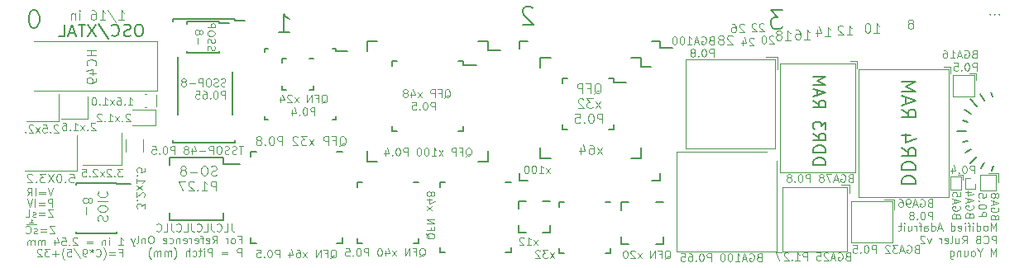
<source format=gbr>
%TF.GenerationSoftware,KiCad,Pcbnew,5.1.4+dfsg1-1*%
%TF.CreationDate,2019-10-24T16:44:30-07:00*%
%TF.ProjectId,PCB_Ruler,5043425f-5275-46c6-9572-2e6b69636164,rev?*%
%TF.SameCoordinates,Original*%
%TF.FileFunction,Legend,Bot*%
%TF.FilePolarity,Positive*%
%FSLAX46Y46*%
G04 Gerber Fmt 4.6, Leading zero omitted, Abs format (unit mm)*
G04 Created by KiCad (PCBNEW 5.1.4+dfsg1-1) date 2019-10-24 16:44:30*
%MOMM*%
%LPD*%
G04 APERTURE LIST*
%ADD10C,0.100000*%
%ADD11C,0.150000*%
%ADD12C,0.182880*%
%ADD13C,0.101600*%
%ADD14C,0.160000*%
%ADD15C,0.127000*%
%ADD16C,0.120000*%
G04 APERTURE END LIST*
D10*
X169747142Y-115315476D02*
X169709047Y-115201190D01*
X169670952Y-115163095D01*
X169594761Y-115125000D01*
X169480476Y-115125000D01*
X169404285Y-115163095D01*
X169366190Y-115201190D01*
X169328095Y-115277380D01*
X169328095Y-115582142D01*
X170128095Y-115582142D01*
X170128095Y-115315476D01*
X170090000Y-115239285D01*
X170051904Y-115201190D01*
X169975714Y-115163095D01*
X169899523Y-115163095D01*
X169823333Y-115201190D01*
X169785238Y-115239285D01*
X169747142Y-115315476D01*
X169747142Y-115582142D01*
X170090000Y-114363095D02*
X170128095Y-114439285D01*
X170128095Y-114553571D01*
X170090000Y-114667857D01*
X170013809Y-114744047D01*
X169937619Y-114782142D01*
X169785238Y-114820238D01*
X169670952Y-114820238D01*
X169518571Y-114782142D01*
X169442380Y-114744047D01*
X169366190Y-114667857D01*
X169328095Y-114553571D01*
X169328095Y-114477380D01*
X169366190Y-114363095D01*
X169404285Y-114325000D01*
X169670952Y-114325000D01*
X169670952Y-114477380D01*
X169556666Y-114020238D02*
X169556666Y-113639285D01*
X169328095Y-114096428D02*
X170128095Y-113829761D01*
X169328095Y-113563095D01*
X169785238Y-113182142D02*
X169823333Y-113258333D01*
X169861428Y-113296428D01*
X169937619Y-113334523D01*
X169975714Y-113334523D01*
X170051904Y-113296428D01*
X170090000Y-113258333D01*
X170128095Y-113182142D01*
X170128095Y-113029761D01*
X170090000Y-112953571D01*
X170051904Y-112915476D01*
X169975714Y-112877380D01*
X169937619Y-112877380D01*
X169861428Y-112915476D01*
X169823333Y-112953571D01*
X169785238Y-113029761D01*
X169785238Y-113182142D01*
X169747142Y-113258333D01*
X169709047Y-113296428D01*
X169632857Y-113334523D01*
X169480476Y-113334523D01*
X169404285Y-113296428D01*
X169366190Y-113258333D01*
X169328095Y-113182142D01*
X169328095Y-113029761D01*
X169366190Y-112953571D01*
X169404285Y-112915476D01*
X169480476Y-112877380D01*
X169632857Y-112877380D01*
X169709047Y-112915476D01*
X169747142Y-112953571D01*
X169785238Y-113029761D01*
X168028095Y-115239285D02*
X168828095Y-115239285D01*
X168828095Y-114934523D01*
X168790000Y-114858333D01*
X168751904Y-114820238D01*
X168675714Y-114782142D01*
X168561428Y-114782142D01*
X168485238Y-114820238D01*
X168447142Y-114858333D01*
X168409047Y-114934523D01*
X168409047Y-115239285D01*
X168828095Y-114286904D02*
X168828095Y-114210714D01*
X168790000Y-114134523D01*
X168751904Y-114096428D01*
X168675714Y-114058333D01*
X168523333Y-114020238D01*
X168332857Y-114020238D01*
X168180476Y-114058333D01*
X168104285Y-114096428D01*
X168066190Y-114134523D01*
X168028095Y-114210714D01*
X168028095Y-114286904D01*
X168066190Y-114363095D01*
X168104285Y-114401190D01*
X168180476Y-114439285D01*
X168332857Y-114477380D01*
X168523333Y-114477380D01*
X168675714Y-114439285D01*
X168751904Y-114401190D01*
X168790000Y-114363095D01*
X168828095Y-114286904D01*
X168104285Y-113677380D02*
X168066190Y-113639285D01*
X168028095Y-113677380D01*
X168066190Y-113715476D01*
X168104285Y-113677380D01*
X168028095Y-113677380D01*
X168828095Y-112915476D02*
X168828095Y-113296428D01*
X168447142Y-113334523D01*
X168485238Y-113296428D01*
X168523333Y-113220238D01*
X168523333Y-113029761D01*
X168485238Y-112953571D01*
X168447142Y-112915476D01*
X168370952Y-112877380D01*
X168180476Y-112877380D01*
X168104285Y-112915476D01*
X168066190Y-112953571D01*
X168028095Y-113029761D01*
X168028095Y-113220238D01*
X168066190Y-113296428D01*
X168104285Y-113334523D01*
X167624523Y-110821904D02*
X167624523Y-110021904D01*
X167319761Y-110021904D01*
X167243571Y-110060000D01*
X167205476Y-110098095D01*
X167167380Y-110174285D01*
X167167380Y-110288571D01*
X167205476Y-110364761D01*
X167243571Y-110402857D01*
X167319761Y-110440952D01*
X167624523Y-110440952D01*
X166672142Y-110021904D02*
X166595952Y-110021904D01*
X166519761Y-110060000D01*
X166481666Y-110098095D01*
X166443571Y-110174285D01*
X166405476Y-110326666D01*
X166405476Y-110517142D01*
X166443571Y-110669523D01*
X166481666Y-110745714D01*
X166519761Y-110783809D01*
X166595952Y-110821904D01*
X166672142Y-110821904D01*
X166748333Y-110783809D01*
X166786428Y-110745714D01*
X166824523Y-110669523D01*
X166862619Y-110517142D01*
X166862619Y-110326666D01*
X166824523Y-110174285D01*
X166786428Y-110098095D01*
X166748333Y-110060000D01*
X166672142Y-110021904D01*
X166062619Y-110745714D02*
X166024523Y-110783809D01*
X166062619Y-110821904D01*
X166100714Y-110783809D01*
X166062619Y-110745714D01*
X166062619Y-110821904D01*
X165338809Y-110288571D02*
X165338809Y-110821904D01*
X165529285Y-109983809D02*
X165719761Y-110555238D01*
X165224523Y-110555238D01*
D11*
X166820000Y-106500000D02*
X165820000Y-106500000D01*
X168670000Y-109690000D02*
X168295000Y-110339520D01*
X169420590Y-110542962D02*
X169550000Y-110060000D01*
X167910000Y-109110000D02*
X167202894Y-109817106D01*
X167320000Y-108350000D02*
X166670480Y-108725000D01*
X166950000Y-107480000D02*
X166467038Y-107609410D01*
X169500000Y-102970000D02*
X169370590Y-102487038D01*
X168630000Y-103340000D02*
X168255000Y-102690480D01*
X167310000Y-104670000D02*
X166660480Y-104295000D01*
X167880000Y-103930000D02*
X167172894Y-103222894D01*
X166467038Y-105420590D02*
X166950000Y-105550000D01*
D10*
X71260000Y-115910000D02*
X70900000Y-115910000D01*
X71080000Y-115530000D02*
X71190000Y-115620000D01*
X71080000Y-115530000D02*
X71080000Y-115910000D01*
X71620000Y-116070000D02*
X70580000Y-116070000D01*
X73490714Y-116211904D02*
X72957380Y-116211904D01*
X73490714Y-117011904D01*
X72957380Y-117011904D01*
X72652619Y-116592857D02*
X72043095Y-116592857D01*
X72043095Y-116821428D02*
X72652619Y-116821428D01*
X71700238Y-116973809D02*
X71624047Y-117011904D01*
X71471666Y-117011904D01*
X71395476Y-116973809D01*
X71357380Y-116897619D01*
X71357380Y-116859523D01*
X71395476Y-116783333D01*
X71471666Y-116745238D01*
X71585952Y-116745238D01*
X71662142Y-116707142D01*
X71700238Y-116630952D01*
X71700238Y-116592857D01*
X71662142Y-116516666D01*
X71585952Y-116478571D01*
X71471666Y-116478571D01*
X71395476Y-116516666D01*
X70557380Y-116935714D02*
X70595476Y-116973809D01*
X70709761Y-117011904D01*
X70785952Y-117011904D01*
X70900238Y-116973809D01*
X70976428Y-116897619D01*
X71014523Y-116821428D01*
X71052619Y-116669047D01*
X71052619Y-116554761D01*
X71014523Y-116402380D01*
X70976428Y-116326190D01*
X70900238Y-116250000D01*
X70785952Y-116211904D01*
X70709761Y-116211904D01*
X70595476Y-116250000D01*
X70557380Y-116288095D01*
X73340714Y-114531904D02*
X72807380Y-114531904D01*
X73340714Y-115331904D01*
X72807380Y-115331904D01*
X72502619Y-114912857D02*
X71893095Y-114912857D01*
X71893095Y-115141428D02*
X72502619Y-115141428D01*
X71550238Y-115293809D02*
X71474047Y-115331904D01*
X71321666Y-115331904D01*
X71245476Y-115293809D01*
X71207380Y-115217619D01*
X71207380Y-115179523D01*
X71245476Y-115103333D01*
X71321666Y-115065238D01*
X71435952Y-115065238D01*
X71512142Y-115027142D01*
X71550238Y-114950952D01*
X71550238Y-114912857D01*
X71512142Y-114836666D01*
X71435952Y-114798571D01*
X71321666Y-114798571D01*
X71245476Y-114836666D01*
X70483571Y-115331904D02*
X70864523Y-115331904D01*
X70864523Y-114531904D01*
X80127857Y-118952857D02*
X80394523Y-118952857D01*
X80394523Y-119371904D02*
X80394523Y-118571904D01*
X80013571Y-118571904D01*
X79708809Y-118952857D02*
X79099285Y-118952857D01*
X79099285Y-119181428D02*
X79708809Y-119181428D01*
X78489761Y-119676666D02*
X78527857Y-119638571D01*
X78604047Y-119524285D01*
X78642142Y-119448095D01*
X78680238Y-119333809D01*
X78718333Y-119143333D01*
X78718333Y-118990952D01*
X78680238Y-118800476D01*
X78642142Y-118686190D01*
X78604047Y-118610000D01*
X78527857Y-118495714D01*
X78489761Y-118457619D01*
X77727857Y-119295714D02*
X77765952Y-119333809D01*
X77880238Y-119371904D01*
X77956428Y-119371904D01*
X78070714Y-119333809D01*
X78146904Y-119257619D01*
X78185000Y-119181428D01*
X78223095Y-119029047D01*
X78223095Y-118914761D01*
X78185000Y-118762380D01*
X78146904Y-118686190D01*
X78070714Y-118610000D01*
X77956428Y-118571904D01*
X77880238Y-118571904D01*
X77765952Y-118610000D01*
X77727857Y-118648095D01*
X77270714Y-118571904D02*
X77270714Y-118762380D01*
X77461190Y-118686190D02*
X77270714Y-118762380D01*
X77080238Y-118686190D01*
X77385000Y-118914761D02*
X77270714Y-118762380D01*
X77156428Y-118914761D01*
X76737380Y-119371904D02*
X76585000Y-119371904D01*
X76508809Y-119333809D01*
X76470714Y-119295714D01*
X76394523Y-119181428D01*
X76356428Y-119029047D01*
X76356428Y-118724285D01*
X76394523Y-118648095D01*
X76432619Y-118610000D01*
X76508809Y-118571904D01*
X76661190Y-118571904D01*
X76737380Y-118610000D01*
X76775476Y-118648095D01*
X76813571Y-118724285D01*
X76813571Y-118914761D01*
X76775476Y-118990952D01*
X76737380Y-119029047D01*
X76661190Y-119067142D01*
X76508809Y-119067142D01*
X76432619Y-119029047D01*
X76394523Y-118990952D01*
X76356428Y-118914761D01*
X75442142Y-118533809D02*
X76127857Y-119562380D01*
X74794523Y-118571904D02*
X75175476Y-118571904D01*
X75213571Y-118952857D01*
X75175476Y-118914761D01*
X75099285Y-118876666D01*
X74908809Y-118876666D01*
X74832619Y-118914761D01*
X74794523Y-118952857D01*
X74756428Y-119029047D01*
X74756428Y-119219523D01*
X74794523Y-119295714D01*
X74832619Y-119333809D01*
X74908809Y-119371904D01*
X75099285Y-119371904D01*
X75175476Y-119333809D01*
X75213571Y-119295714D01*
X74489761Y-119676666D02*
X74451666Y-119638571D01*
X74375476Y-119524285D01*
X74337380Y-119448095D01*
X74299285Y-119333809D01*
X74261190Y-119143333D01*
X74261190Y-118990952D01*
X74299285Y-118800476D01*
X74337380Y-118686190D01*
X74375476Y-118610000D01*
X74451666Y-118495714D01*
X74489761Y-118457619D01*
X73880238Y-119067142D02*
X73270714Y-119067142D01*
X73575476Y-119371904D02*
X73575476Y-118762380D01*
X72965952Y-118571904D02*
X72470714Y-118571904D01*
X72737380Y-118876666D01*
X72623095Y-118876666D01*
X72546904Y-118914761D01*
X72508809Y-118952857D01*
X72470714Y-119029047D01*
X72470714Y-119219523D01*
X72508809Y-119295714D01*
X72546904Y-119333809D01*
X72623095Y-119371904D01*
X72851666Y-119371904D01*
X72927857Y-119333809D01*
X72965952Y-119295714D01*
X72165952Y-118648095D02*
X72127857Y-118610000D01*
X72051666Y-118571904D01*
X71861190Y-118571904D01*
X71785000Y-118610000D01*
X71746904Y-118648095D01*
X71708809Y-118724285D01*
X71708809Y-118800476D01*
X71746904Y-118914761D01*
X72204047Y-119371904D01*
X71708809Y-119371904D01*
X80025476Y-118211904D02*
X80482619Y-118211904D01*
X80254047Y-118211904D02*
X80254047Y-117411904D01*
X80330238Y-117526190D01*
X80406428Y-117602380D01*
X80482619Y-117640476D01*
X79073095Y-118211904D02*
X79073095Y-117678571D01*
X79073095Y-117411904D02*
X79111190Y-117450000D01*
X79073095Y-117488095D01*
X79035000Y-117450000D01*
X79073095Y-117411904D01*
X79073095Y-117488095D01*
X78692142Y-117678571D02*
X78692142Y-118211904D01*
X78692142Y-117754761D02*
X78654047Y-117716666D01*
X78577857Y-117678571D01*
X78463571Y-117678571D01*
X78387380Y-117716666D01*
X78349285Y-117792857D01*
X78349285Y-118211904D01*
X77358809Y-117792857D02*
X76749285Y-117792857D01*
X76749285Y-118021428D02*
X77358809Y-118021428D01*
X75796904Y-117488095D02*
X75758809Y-117450000D01*
X75682619Y-117411904D01*
X75492142Y-117411904D01*
X75415952Y-117450000D01*
X75377857Y-117488095D01*
X75339761Y-117564285D01*
X75339761Y-117640476D01*
X75377857Y-117754761D01*
X75835000Y-118211904D01*
X75339761Y-118211904D01*
X74996904Y-118135714D02*
X74958809Y-118173809D01*
X74996904Y-118211904D01*
X75035000Y-118173809D01*
X74996904Y-118135714D01*
X74996904Y-118211904D01*
X74235000Y-117411904D02*
X74615952Y-117411904D01*
X74654047Y-117792857D01*
X74615952Y-117754761D01*
X74539761Y-117716666D01*
X74349285Y-117716666D01*
X74273095Y-117754761D01*
X74235000Y-117792857D01*
X74196904Y-117869047D01*
X74196904Y-118059523D01*
X74235000Y-118135714D01*
X74273095Y-118173809D01*
X74349285Y-118211904D01*
X74539761Y-118211904D01*
X74615952Y-118173809D01*
X74654047Y-118135714D01*
X73511190Y-117678571D02*
X73511190Y-118211904D01*
X73701666Y-117373809D02*
X73892142Y-117945238D01*
X73396904Y-117945238D01*
X72482619Y-118211904D02*
X72482619Y-117678571D01*
X72482619Y-117754761D02*
X72444523Y-117716666D01*
X72368333Y-117678571D01*
X72254047Y-117678571D01*
X72177857Y-117716666D01*
X72139761Y-117792857D01*
X72139761Y-118211904D01*
X72139761Y-117792857D02*
X72101666Y-117716666D01*
X72025476Y-117678571D01*
X71911190Y-117678571D01*
X71835000Y-117716666D01*
X71796904Y-117792857D01*
X71796904Y-118211904D01*
X71415952Y-118211904D02*
X71415952Y-117678571D01*
X71415952Y-117754761D02*
X71377857Y-117716666D01*
X71301666Y-117678571D01*
X71187380Y-117678571D01*
X71111190Y-117716666D01*
X71073095Y-117792857D01*
X71073095Y-118211904D01*
X71073095Y-117792857D02*
X71035000Y-117716666D01*
X70958809Y-117678571D01*
X70844523Y-117678571D01*
X70768333Y-117716666D01*
X70730238Y-117792857D01*
X70730238Y-118211904D01*
X73264523Y-114261904D02*
X73264523Y-113461904D01*
X72959761Y-113461904D01*
X72883571Y-113500000D01*
X72845476Y-113538095D01*
X72807380Y-113614285D01*
X72807380Y-113728571D01*
X72845476Y-113804761D01*
X72883571Y-113842857D01*
X72959761Y-113880952D01*
X73264523Y-113880952D01*
X72464523Y-113842857D02*
X71855000Y-113842857D01*
X71855000Y-114071428D02*
X72464523Y-114071428D01*
X71474047Y-114261904D02*
X71474047Y-113461904D01*
X71207380Y-113461904D02*
X70940714Y-114261904D01*
X70674047Y-113461904D01*
X73328809Y-112331904D02*
X73062142Y-113131904D01*
X72795476Y-112331904D01*
X72528809Y-112712857D02*
X71919285Y-112712857D01*
X71919285Y-112941428D02*
X72528809Y-112941428D01*
X71538333Y-113131904D02*
X71538333Y-112331904D01*
X70700238Y-113131904D02*
X70966904Y-112750952D01*
X71157380Y-113131904D02*
X71157380Y-112331904D01*
X70852619Y-112331904D01*
X70776428Y-112370000D01*
X70738333Y-112408095D01*
X70700238Y-112484285D01*
X70700238Y-112598571D01*
X70738333Y-112674761D01*
X70776428Y-112712857D01*
X70852619Y-112750952D01*
X71157380Y-112750952D01*
X122945714Y-118186904D02*
X122526666Y-117653571D01*
X122945714Y-117653571D02*
X122526666Y-118186904D01*
X121802857Y-118186904D02*
X122260000Y-118186904D01*
X122031428Y-118186904D02*
X122031428Y-117386904D01*
X122107619Y-117501190D01*
X122183809Y-117577380D01*
X122260000Y-117615476D01*
X121498095Y-117463095D02*
X121460000Y-117425000D01*
X121383809Y-117386904D01*
X121193333Y-117386904D01*
X121117142Y-117425000D01*
X121079047Y-117463095D01*
X121040952Y-117539285D01*
X121040952Y-117615476D01*
X121079047Y-117729761D01*
X121536190Y-118186904D01*
X121040952Y-118186904D01*
X124595714Y-119486904D02*
X124176666Y-118953571D01*
X124595714Y-118953571D02*
X124176666Y-119486904D01*
X123948095Y-118686904D02*
X123452857Y-118686904D01*
X123719523Y-118991666D01*
X123605238Y-118991666D01*
X123529047Y-119029761D01*
X123490952Y-119067857D01*
X123452857Y-119144047D01*
X123452857Y-119334523D01*
X123490952Y-119410714D01*
X123529047Y-119448809D01*
X123605238Y-119486904D01*
X123833809Y-119486904D01*
X123910000Y-119448809D01*
X123948095Y-119410714D01*
X123148095Y-118763095D02*
X123110000Y-118725000D01*
X123033809Y-118686904D01*
X122843333Y-118686904D01*
X122767142Y-118725000D01*
X122729047Y-118763095D01*
X122690952Y-118839285D01*
X122690952Y-118915476D01*
X122729047Y-119029761D01*
X123186190Y-119486904D01*
X122690952Y-119486904D01*
X145602857Y-119417857D02*
X145488571Y-119455952D01*
X145450476Y-119494047D01*
X145412380Y-119570238D01*
X145412380Y-119684523D01*
X145450476Y-119760714D01*
X145488571Y-119798809D01*
X145564761Y-119836904D01*
X145869523Y-119836904D01*
X145869523Y-119036904D01*
X145602857Y-119036904D01*
X145526666Y-119075000D01*
X145488571Y-119113095D01*
X145450476Y-119189285D01*
X145450476Y-119265476D01*
X145488571Y-119341666D01*
X145526666Y-119379761D01*
X145602857Y-119417857D01*
X145869523Y-119417857D01*
X144650476Y-119075000D02*
X144726666Y-119036904D01*
X144840952Y-119036904D01*
X144955238Y-119075000D01*
X145031428Y-119151190D01*
X145069523Y-119227380D01*
X145107619Y-119379761D01*
X145107619Y-119494047D01*
X145069523Y-119646428D01*
X145031428Y-119722619D01*
X144955238Y-119798809D01*
X144840952Y-119836904D01*
X144764761Y-119836904D01*
X144650476Y-119798809D01*
X144612380Y-119760714D01*
X144612380Y-119494047D01*
X144764761Y-119494047D01*
X144307619Y-119608333D02*
X143926666Y-119608333D01*
X144383809Y-119836904D02*
X144117142Y-119036904D01*
X143850476Y-119836904D01*
X143164761Y-119836904D02*
X143621904Y-119836904D01*
X143393333Y-119836904D02*
X143393333Y-119036904D01*
X143469523Y-119151190D01*
X143545714Y-119227380D01*
X143621904Y-119265476D01*
X142669523Y-119036904D02*
X142593333Y-119036904D01*
X142517142Y-119075000D01*
X142479047Y-119113095D01*
X142440952Y-119189285D01*
X142402857Y-119341666D01*
X142402857Y-119532142D01*
X142440952Y-119684523D01*
X142479047Y-119760714D01*
X142517142Y-119798809D01*
X142593333Y-119836904D01*
X142669523Y-119836904D01*
X142745714Y-119798809D01*
X142783809Y-119760714D01*
X142821904Y-119684523D01*
X142860000Y-119532142D01*
X142860000Y-119341666D01*
X142821904Y-119189285D01*
X142783809Y-119113095D01*
X142745714Y-119075000D01*
X142669523Y-119036904D01*
X141907619Y-119036904D02*
X141831428Y-119036904D01*
X141755238Y-119075000D01*
X141717142Y-119113095D01*
X141679047Y-119189285D01*
X141640952Y-119341666D01*
X141640952Y-119532142D01*
X141679047Y-119684523D01*
X141717142Y-119760714D01*
X141755238Y-119798809D01*
X141831428Y-119836904D01*
X141907619Y-119836904D01*
X141983809Y-119798809D01*
X142021904Y-119760714D01*
X142060000Y-119684523D01*
X142098095Y-119532142D01*
X142098095Y-119341666D01*
X142060000Y-119189285D01*
X142021904Y-119113095D01*
X141983809Y-119075000D01*
X141907619Y-119036904D01*
X140688571Y-119836904D02*
X140688571Y-119036904D01*
X140383809Y-119036904D01*
X140307619Y-119075000D01*
X140269523Y-119113095D01*
X140231428Y-119189285D01*
X140231428Y-119303571D01*
X140269523Y-119379761D01*
X140307619Y-119417857D01*
X140383809Y-119455952D01*
X140688571Y-119455952D01*
X139736190Y-119036904D02*
X139660000Y-119036904D01*
X139583809Y-119075000D01*
X139545714Y-119113095D01*
X139507619Y-119189285D01*
X139469523Y-119341666D01*
X139469523Y-119532142D01*
X139507619Y-119684523D01*
X139545714Y-119760714D01*
X139583809Y-119798809D01*
X139660000Y-119836904D01*
X139736190Y-119836904D01*
X139812380Y-119798809D01*
X139850476Y-119760714D01*
X139888571Y-119684523D01*
X139926666Y-119532142D01*
X139926666Y-119341666D01*
X139888571Y-119189285D01*
X139850476Y-119113095D01*
X139812380Y-119075000D01*
X139736190Y-119036904D01*
X139126666Y-119760714D02*
X139088571Y-119798809D01*
X139126666Y-119836904D01*
X139164761Y-119798809D01*
X139126666Y-119760714D01*
X139126666Y-119836904D01*
X138402857Y-119036904D02*
X138555238Y-119036904D01*
X138631428Y-119075000D01*
X138669523Y-119113095D01*
X138745714Y-119227380D01*
X138783809Y-119379761D01*
X138783809Y-119684523D01*
X138745714Y-119760714D01*
X138707619Y-119798809D01*
X138631428Y-119836904D01*
X138479047Y-119836904D01*
X138402857Y-119798809D01*
X138364761Y-119760714D01*
X138326666Y-119684523D01*
X138326666Y-119494047D01*
X138364761Y-119417857D01*
X138402857Y-119379761D01*
X138479047Y-119341666D01*
X138631428Y-119341666D01*
X138707619Y-119379761D01*
X138745714Y-119417857D01*
X138783809Y-119494047D01*
X137602857Y-119036904D02*
X137983809Y-119036904D01*
X138021904Y-119417857D01*
X137983809Y-119379761D01*
X137907619Y-119341666D01*
X137717142Y-119341666D01*
X137640952Y-119379761D01*
X137602857Y-119417857D01*
X137564761Y-119494047D01*
X137564761Y-119684523D01*
X137602857Y-119760714D01*
X137640952Y-119798809D01*
X137717142Y-119836904D01*
X137907619Y-119836904D01*
X137983809Y-119798809D01*
X138021904Y-119760714D01*
X154652857Y-119342857D02*
X154538571Y-119380952D01*
X154500476Y-119419047D01*
X154462380Y-119495238D01*
X154462380Y-119609523D01*
X154500476Y-119685714D01*
X154538571Y-119723809D01*
X154614761Y-119761904D01*
X154919523Y-119761904D01*
X154919523Y-118961904D01*
X154652857Y-118961904D01*
X154576666Y-119000000D01*
X154538571Y-119038095D01*
X154500476Y-119114285D01*
X154500476Y-119190476D01*
X154538571Y-119266666D01*
X154576666Y-119304761D01*
X154652857Y-119342857D01*
X154919523Y-119342857D01*
X153700476Y-119000000D02*
X153776666Y-118961904D01*
X153890952Y-118961904D01*
X154005238Y-119000000D01*
X154081428Y-119076190D01*
X154119523Y-119152380D01*
X154157619Y-119304761D01*
X154157619Y-119419047D01*
X154119523Y-119571428D01*
X154081428Y-119647619D01*
X154005238Y-119723809D01*
X153890952Y-119761904D01*
X153814761Y-119761904D01*
X153700476Y-119723809D01*
X153662380Y-119685714D01*
X153662380Y-119419047D01*
X153814761Y-119419047D01*
X153357619Y-119533333D02*
X152976666Y-119533333D01*
X153433809Y-119761904D02*
X153167142Y-118961904D01*
X152900476Y-119761904D01*
X152671904Y-119038095D02*
X152633809Y-119000000D01*
X152557619Y-118961904D01*
X152367142Y-118961904D01*
X152290952Y-119000000D01*
X152252857Y-119038095D01*
X152214761Y-119114285D01*
X152214761Y-119190476D01*
X152252857Y-119304761D01*
X152710000Y-119761904D01*
X152214761Y-119761904D01*
X151490952Y-118961904D02*
X151871904Y-118961904D01*
X151910000Y-119342857D01*
X151871904Y-119304761D01*
X151795714Y-119266666D01*
X151605238Y-119266666D01*
X151529047Y-119304761D01*
X151490952Y-119342857D01*
X151452857Y-119419047D01*
X151452857Y-119609523D01*
X151490952Y-119685714D01*
X151529047Y-119723809D01*
X151605238Y-119761904D01*
X151795714Y-119761904D01*
X151871904Y-119723809D01*
X151910000Y-119685714D01*
X150500476Y-119761904D02*
X150500476Y-118961904D01*
X150195714Y-118961904D01*
X150119523Y-119000000D01*
X150081428Y-119038095D01*
X150043333Y-119114285D01*
X150043333Y-119228571D01*
X150081428Y-119304761D01*
X150119523Y-119342857D01*
X150195714Y-119380952D01*
X150500476Y-119380952D01*
X149281428Y-119761904D02*
X149738571Y-119761904D01*
X149510000Y-119761904D02*
X149510000Y-118961904D01*
X149586190Y-119076190D01*
X149662380Y-119152380D01*
X149738571Y-119190476D01*
X148938571Y-119685714D02*
X148900476Y-119723809D01*
X148938571Y-119761904D01*
X148976666Y-119723809D01*
X148938571Y-119685714D01*
X148938571Y-119761904D01*
X148595714Y-119038095D02*
X148557619Y-119000000D01*
X148481428Y-118961904D01*
X148290952Y-118961904D01*
X148214761Y-119000000D01*
X148176666Y-119038095D01*
X148138571Y-119114285D01*
X148138571Y-119190476D01*
X148176666Y-119304761D01*
X148633809Y-119761904D01*
X148138571Y-119761904D01*
X147871904Y-118961904D02*
X147338571Y-118961904D01*
X147681428Y-119761904D01*
X140677857Y-97142857D02*
X140563571Y-97180952D01*
X140525476Y-97219047D01*
X140487380Y-97295238D01*
X140487380Y-97409523D01*
X140525476Y-97485714D01*
X140563571Y-97523809D01*
X140639761Y-97561904D01*
X140944523Y-97561904D01*
X140944523Y-96761904D01*
X140677857Y-96761904D01*
X140601666Y-96800000D01*
X140563571Y-96838095D01*
X140525476Y-96914285D01*
X140525476Y-96990476D01*
X140563571Y-97066666D01*
X140601666Y-97104761D01*
X140677857Y-97142857D01*
X140944523Y-97142857D01*
X139725476Y-96800000D02*
X139801666Y-96761904D01*
X139915952Y-96761904D01*
X140030238Y-96800000D01*
X140106428Y-96876190D01*
X140144523Y-96952380D01*
X140182619Y-97104761D01*
X140182619Y-97219047D01*
X140144523Y-97371428D01*
X140106428Y-97447619D01*
X140030238Y-97523809D01*
X139915952Y-97561904D01*
X139839761Y-97561904D01*
X139725476Y-97523809D01*
X139687380Y-97485714D01*
X139687380Y-97219047D01*
X139839761Y-97219047D01*
X139382619Y-97333333D02*
X139001666Y-97333333D01*
X139458809Y-97561904D02*
X139192142Y-96761904D01*
X138925476Y-97561904D01*
X138239761Y-97561904D02*
X138696904Y-97561904D01*
X138468333Y-97561904D02*
X138468333Y-96761904D01*
X138544523Y-96876190D01*
X138620714Y-96952380D01*
X138696904Y-96990476D01*
X137744523Y-96761904D02*
X137668333Y-96761904D01*
X137592142Y-96800000D01*
X137554047Y-96838095D01*
X137515952Y-96914285D01*
X137477857Y-97066666D01*
X137477857Y-97257142D01*
X137515952Y-97409523D01*
X137554047Y-97485714D01*
X137592142Y-97523809D01*
X137668333Y-97561904D01*
X137744523Y-97561904D01*
X137820714Y-97523809D01*
X137858809Y-97485714D01*
X137896904Y-97409523D01*
X137935000Y-97257142D01*
X137935000Y-97066666D01*
X137896904Y-96914285D01*
X137858809Y-96838095D01*
X137820714Y-96800000D01*
X137744523Y-96761904D01*
X136982619Y-96761904D02*
X136906428Y-96761904D01*
X136830238Y-96800000D01*
X136792142Y-96838095D01*
X136754047Y-96914285D01*
X136715952Y-97066666D01*
X136715952Y-97257142D01*
X136754047Y-97409523D01*
X136792142Y-97485714D01*
X136830238Y-97523809D01*
X136906428Y-97561904D01*
X136982619Y-97561904D01*
X137058809Y-97523809D01*
X137096904Y-97485714D01*
X137135000Y-97409523D01*
X137173095Y-97257142D01*
X137173095Y-97066666D01*
X137135000Y-96914285D01*
X137096904Y-96838095D01*
X137058809Y-96800000D01*
X136982619Y-96761904D01*
X140944523Y-98861904D02*
X140944523Y-98061904D01*
X140639761Y-98061904D01*
X140563571Y-98100000D01*
X140525476Y-98138095D01*
X140487380Y-98214285D01*
X140487380Y-98328571D01*
X140525476Y-98404761D01*
X140563571Y-98442857D01*
X140639761Y-98480952D01*
X140944523Y-98480952D01*
X139992142Y-98061904D02*
X139915952Y-98061904D01*
X139839761Y-98100000D01*
X139801666Y-98138095D01*
X139763571Y-98214285D01*
X139725476Y-98366666D01*
X139725476Y-98557142D01*
X139763571Y-98709523D01*
X139801666Y-98785714D01*
X139839761Y-98823809D01*
X139915952Y-98861904D01*
X139992142Y-98861904D01*
X140068333Y-98823809D01*
X140106428Y-98785714D01*
X140144523Y-98709523D01*
X140182619Y-98557142D01*
X140182619Y-98366666D01*
X140144523Y-98214285D01*
X140106428Y-98138095D01*
X140068333Y-98100000D01*
X139992142Y-98061904D01*
X139382619Y-98785714D02*
X139344523Y-98823809D01*
X139382619Y-98861904D01*
X139420714Y-98823809D01*
X139382619Y-98785714D01*
X139382619Y-98861904D01*
X138887380Y-98404761D02*
X138963571Y-98366666D01*
X139001666Y-98328571D01*
X139039761Y-98252380D01*
X139039761Y-98214285D01*
X139001666Y-98138095D01*
X138963571Y-98100000D01*
X138887380Y-98061904D01*
X138735000Y-98061904D01*
X138658809Y-98100000D01*
X138620714Y-98138095D01*
X138582619Y-98214285D01*
X138582619Y-98252380D01*
X138620714Y-98328571D01*
X138658809Y-98366666D01*
X138735000Y-98404761D01*
X138887380Y-98404761D01*
X138963571Y-98442857D01*
X139001666Y-98480952D01*
X139039761Y-98557142D01*
X139039761Y-98709523D01*
X139001666Y-98785714D01*
X138963571Y-98823809D01*
X138887380Y-98861904D01*
X138735000Y-98861904D01*
X138658809Y-98823809D01*
X138620714Y-98785714D01*
X138582619Y-98709523D01*
X138582619Y-98557142D01*
X138620714Y-98480952D01*
X138658809Y-98442857D01*
X138735000Y-98404761D01*
X161707857Y-118572857D02*
X161593571Y-118610952D01*
X161555476Y-118649047D01*
X161517380Y-118725238D01*
X161517380Y-118839523D01*
X161555476Y-118915714D01*
X161593571Y-118953809D01*
X161669761Y-118991904D01*
X161974523Y-118991904D01*
X161974523Y-118191904D01*
X161707857Y-118191904D01*
X161631666Y-118230000D01*
X161593571Y-118268095D01*
X161555476Y-118344285D01*
X161555476Y-118420476D01*
X161593571Y-118496666D01*
X161631666Y-118534761D01*
X161707857Y-118572857D01*
X161974523Y-118572857D01*
X160755476Y-118230000D02*
X160831666Y-118191904D01*
X160945952Y-118191904D01*
X161060238Y-118230000D01*
X161136428Y-118306190D01*
X161174523Y-118382380D01*
X161212619Y-118534761D01*
X161212619Y-118649047D01*
X161174523Y-118801428D01*
X161136428Y-118877619D01*
X161060238Y-118953809D01*
X160945952Y-118991904D01*
X160869761Y-118991904D01*
X160755476Y-118953809D01*
X160717380Y-118915714D01*
X160717380Y-118649047D01*
X160869761Y-118649047D01*
X160412619Y-118763333D02*
X160031666Y-118763333D01*
X160488809Y-118991904D02*
X160222142Y-118191904D01*
X159955476Y-118991904D01*
X159765000Y-118191904D02*
X159269761Y-118191904D01*
X159536428Y-118496666D01*
X159422142Y-118496666D01*
X159345952Y-118534761D01*
X159307857Y-118572857D01*
X159269761Y-118649047D01*
X159269761Y-118839523D01*
X159307857Y-118915714D01*
X159345952Y-118953809D01*
X159422142Y-118991904D01*
X159650714Y-118991904D01*
X159726904Y-118953809D01*
X159765000Y-118915714D01*
X158965000Y-118268095D02*
X158926904Y-118230000D01*
X158850714Y-118191904D01*
X158660238Y-118191904D01*
X158584047Y-118230000D01*
X158545952Y-118268095D01*
X158507857Y-118344285D01*
X158507857Y-118420476D01*
X158545952Y-118534761D01*
X159003095Y-118991904D01*
X158507857Y-118991904D01*
X157555476Y-118991904D02*
X157555476Y-118191904D01*
X157250714Y-118191904D01*
X157174523Y-118230000D01*
X157136428Y-118268095D01*
X157098333Y-118344285D01*
X157098333Y-118458571D01*
X157136428Y-118534761D01*
X157174523Y-118572857D01*
X157250714Y-118610952D01*
X157555476Y-118610952D01*
X156603095Y-118191904D02*
X156526904Y-118191904D01*
X156450714Y-118230000D01*
X156412619Y-118268095D01*
X156374523Y-118344285D01*
X156336428Y-118496666D01*
X156336428Y-118687142D01*
X156374523Y-118839523D01*
X156412619Y-118915714D01*
X156450714Y-118953809D01*
X156526904Y-118991904D01*
X156603095Y-118991904D01*
X156679285Y-118953809D01*
X156717380Y-118915714D01*
X156755476Y-118839523D01*
X156793571Y-118687142D01*
X156793571Y-118496666D01*
X156755476Y-118344285D01*
X156717380Y-118268095D01*
X156679285Y-118230000D01*
X156603095Y-118191904D01*
X155993571Y-118915714D02*
X155955476Y-118953809D01*
X155993571Y-118991904D01*
X156031666Y-118953809D01*
X155993571Y-118915714D01*
X155993571Y-118991904D01*
X155231666Y-118191904D02*
X155612619Y-118191904D01*
X155650714Y-118572857D01*
X155612619Y-118534761D01*
X155536428Y-118496666D01*
X155345952Y-118496666D01*
X155269761Y-118534761D01*
X155231666Y-118572857D01*
X155193571Y-118649047D01*
X155193571Y-118839523D01*
X155231666Y-118915714D01*
X155269761Y-118953809D01*
X155345952Y-118991904D01*
X155536428Y-118991904D01*
X155612619Y-118953809D01*
X155650714Y-118915714D01*
X167147142Y-115097857D02*
X167109047Y-114983571D01*
X167070952Y-114945476D01*
X166994761Y-114907380D01*
X166880476Y-114907380D01*
X166804285Y-114945476D01*
X166766190Y-114983571D01*
X166728095Y-115059761D01*
X166728095Y-115364523D01*
X167528095Y-115364523D01*
X167528095Y-115097857D01*
X167490000Y-115021666D01*
X167451904Y-114983571D01*
X167375714Y-114945476D01*
X167299523Y-114945476D01*
X167223333Y-114983571D01*
X167185238Y-115021666D01*
X167147142Y-115097857D01*
X167147142Y-115364523D01*
X167490000Y-114145476D02*
X167528095Y-114221666D01*
X167528095Y-114335952D01*
X167490000Y-114450238D01*
X167413809Y-114526428D01*
X167337619Y-114564523D01*
X167185238Y-114602619D01*
X167070952Y-114602619D01*
X166918571Y-114564523D01*
X166842380Y-114526428D01*
X166766190Y-114450238D01*
X166728095Y-114335952D01*
X166728095Y-114259761D01*
X166766190Y-114145476D01*
X166804285Y-114107380D01*
X167070952Y-114107380D01*
X167070952Y-114259761D01*
X166956666Y-113802619D02*
X166956666Y-113421666D01*
X166728095Y-113878809D02*
X167528095Y-113612142D01*
X166728095Y-113345476D01*
X167261428Y-112735952D02*
X166728095Y-112735952D01*
X167566190Y-112926428D02*
X166994761Y-113116904D01*
X166994761Y-112621666D01*
D12*
X160168942Y-111911413D02*
X161616742Y-111911413D01*
X161616742Y-111566699D01*
X161547800Y-111359870D01*
X161409914Y-111221985D01*
X161272028Y-111153042D01*
X160996257Y-111084099D01*
X160789428Y-111084099D01*
X160513657Y-111153042D01*
X160375771Y-111221985D01*
X160237885Y-111359870D01*
X160168942Y-111566699D01*
X160168942Y-111911413D01*
X160168942Y-110463613D02*
X161616742Y-110463613D01*
X161616742Y-110118899D01*
X161547800Y-109912070D01*
X161409914Y-109774185D01*
X161272028Y-109705242D01*
X160996257Y-109636299D01*
X160789428Y-109636299D01*
X160513657Y-109705242D01*
X160375771Y-109774185D01*
X160237885Y-109912070D01*
X160168942Y-110118899D01*
X160168942Y-110463613D01*
X160168942Y-108188499D02*
X160858371Y-108671099D01*
X160168942Y-109015813D02*
X161616742Y-109015813D01*
X161616742Y-108464270D01*
X161547800Y-108326385D01*
X161478857Y-108257442D01*
X161340971Y-108188499D01*
X161134142Y-108188499D01*
X160996257Y-108257442D01*
X160927314Y-108326385D01*
X160858371Y-108464270D01*
X160858371Y-109015813D01*
X161134142Y-106947528D02*
X160168942Y-106947528D01*
X161685685Y-107292242D02*
X160651542Y-107636956D01*
X160651542Y-106740699D01*
X160168942Y-104258756D02*
X160858371Y-104741356D01*
X160168942Y-105086070D02*
X161616742Y-105086070D01*
X161616742Y-104534528D01*
X161547800Y-104396642D01*
X161478857Y-104327699D01*
X161340971Y-104258756D01*
X161134142Y-104258756D01*
X160996257Y-104327699D01*
X160927314Y-104396642D01*
X160858371Y-104534528D01*
X160858371Y-105086070D01*
X160582600Y-103707213D02*
X160582600Y-103017785D01*
X160168942Y-103845099D02*
X161616742Y-103362499D01*
X160168942Y-102879899D01*
X160168942Y-102397299D02*
X161616742Y-102397299D01*
X160582600Y-101914699D01*
X161616742Y-101432099D01*
X160168942Y-101432099D01*
D11*
X151159523Y-109929880D02*
X152409523Y-109929880D01*
X152409523Y-109632261D01*
X152350000Y-109453690D01*
X152230952Y-109334642D01*
X152111904Y-109275119D01*
X151873809Y-109215595D01*
X151695238Y-109215595D01*
X151457142Y-109275119D01*
X151338095Y-109334642D01*
X151219047Y-109453690D01*
X151159523Y-109632261D01*
X151159523Y-109929880D01*
X151159523Y-108679880D02*
X152409523Y-108679880D01*
X152409523Y-108382261D01*
X152350000Y-108203690D01*
X152230952Y-108084642D01*
X152111904Y-108025119D01*
X151873809Y-107965595D01*
X151695238Y-107965595D01*
X151457142Y-108025119D01*
X151338095Y-108084642D01*
X151219047Y-108203690D01*
X151159523Y-108382261D01*
X151159523Y-108679880D01*
X151159523Y-106715595D02*
X151754761Y-107132261D01*
X151159523Y-107429880D02*
X152409523Y-107429880D01*
X152409523Y-106953690D01*
X152350000Y-106834642D01*
X152290476Y-106775119D01*
X152171428Y-106715595D01*
X151992857Y-106715595D01*
X151873809Y-106775119D01*
X151814285Y-106834642D01*
X151754761Y-106953690D01*
X151754761Y-107429880D01*
X152409523Y-106298928D02*
X152409523Y-105525119D01*
X151933333Y-105941785D01*
X151933333Y-105763214D01*
X151873809Y-105644166D01*
X151814285Y-105584642D01*
X151695238Y-105525119D01*
X151397619Y-105525119D01*
X151278571Y-105584642D01*
X151219047Y-105644166D01*
X151159523Y-105763214D01*
X151159523Y-106120357D01*
X151219047Y-106239404D01*
X151278571Y-106298928D01*
X151159523Y-103322738D02*
X151754761Y-103739404D01*
X151159523Y-104037023D02*
X152409523Y-104037023D01*
X152409523Y-103560833D01*
X152350000Y-103441785D01*
X152290476Y-103382261D01*
X152171428Y-103322738D01*
X151992857Y-103322738D01*
X151873809Y-103382261D01*
X151814285Y-103441785D01*
X151754761Y-103560833D01*
X151754761Y-104037023D01*
X151516666Y-102846547D02*
X151516666Y-102251309D01*
X151159523Y-102965595D02*
X152409523Y-102548928D01*
X151159523Y-102132261D01*
X151159523Y-101715595D02*
X152409523Y-101715595D01*
X151516666Y-101298928D01*
X152409523Y-100882261D01*
X151159523Y-100882261D01*
D10*
X154952857Y-111292857D02*
X154838571Y-111330952D01*
X154800476Y-111369047D01*
X154762380Y-111445238D01*
X154762380Y-111559523D01*
X154800476Y-111635714D01*
X154838571Y-111673809D01*
X154914761Y-111711904D01*
X155219523Y-111711904D01*
X155219523Y-110911904D01*
X154952857Y-110911904D01*
X154876666Y-110950000D01*
X154838571Y-110988095D01*
X154800476Y-111064285D01*
X154800476Y-111140476D01*
X154838571Y-111216666D01*
X154876666Y-111254761D01*
X154952857Y-111292857D01*
X155219523Y-111292857D01*
X154000476Y-110950000D02*
X154076666Y-110911904D01*
X154190952Y-110911904D01*
X154305238Y-110950000D01*
X154381428Y-111026190D01*
X154419523Y-111102380D01*
X154457619Y-111254761D01*
X154457619Y-111369047D01*
X154419523Y-111521428D01*
X154381428Y-111597619D01*
X154305238Y-111673809D01*
X154190952Y-111711904D01*
X154114761Y-111711904D01*
X154000476Y-111673809D01*
X153962380Y-111635714D01*
X153962380Y-111369047D01*
X154114761Y-111369047D01*
X153657619Y-111483333D02*
X153276666Y-111483333D01*
X153733809Y-111711904D02*
X153467142Y-110911904D01*
X153200476Y-111711904D01*
X153010000Y-110911904D02*
X152476666Y-110911904D01*
X152819523Y-111711904D01*
X152057619Y-111254761D02*
X152133809Y-111216666D01*
X152171904Y-111178571D01*
X152210000Y-111102380D01*
X152210000Y-111064285D01*
X152171904Y-110988095D01*
X152133809Y-110950000D01*
X152057619Y-110911904D01*
X151905238Y-110911904D01*
X151829047Y-110950000D01*
X151790952Y-110988095D01*
X151752857Y-111064285D01*
X151752857Y-111102380D01*
X151790952Y-111178571D01*
X151829047Y-111216666D01*
X151905238Y-111254761D01*
X152057619Y-111254761D01*
X152133809Y-111292857D01*
X152171904Y-111330952D01*
X152210000Y-111407142D01*
X152210000Y-111559523D01*
X152171904Y-111635714D01*
X152133809Y-111673809D01*
X152057619Y-111711904D01*
X151905238Y-111711904D01*
X151829047Y-111673809D01*
X151790952Y-111635714D01*
X151752857Y-111559523D01*
X151752857Y-111407142D01*
X151790952Y-111330952D01*
X151829047Y-111292857D01*
X151905238Y-111254761D01*
X150800476Y-111711904D02*
X150800476Y-110911904D01*
X150495714Y-110911904D01*
X150419523Y-110950000D01*
X150381428Y-110988095D01*
X150343333Y-111064285D01*
X150343333Y-111178571D01*
X150381428Y-111254761D01*
X150419523Y-111292857D01*
X150495714Y-111330952D01*
X150800476Y-111330952D01*
X149848095Y-110911904D02*
X149771904Y-110911904D01*
X149695714Y-110950000D01*
X149657619Y-110988095D01*
X149619523Y-111064285D01*
X149581428Y-111216666D01*
X149581428Y-111407142D01*
X149619523Y-111559523D01*
X149657619Y-111635714D01*
X149695714Y-111673809D01*
X149771904Y-111711904D01*
X149848095Y-111711904D01*
X149924285Y-111673809D01*
X149962380Y-111635714D01*
X150000476Y-111559523D01*
X150038571Y-111407142D01*
X150038571Y-111216666D01*
X150000476Y-111064285D01*
X149962380Y-110988095D01*
X149924285Y-110950000D01*
X149848095Y-110911904D01*
X149238571Y-111635714D02*
X149200476Y-111673809D01*
X149238571Y-111711904D01*
X149276666Y-111673809D01*
X149238571Y-111635714D01*
X149238571Y-111711904D01*
X148743333Y-111254761D02*
X148819523Y-111216666D01*
X148857619Y-111178571D01*
X148895714Y-111102380D01*
X148895714Y-111064285D01*
X148857619Y-110988095D01*
X148819523Y-110950000D01*
X148743333Y-110911904D01*
X148590952Y-110911904D01*
X148514761Y-110950000D01*
X148476666Y-110988095D01*
X148438571Y-111064285D01*
X148438571Y-111102380D01*
X148476666Y-111178571D01*
X148514761Y-111216666D01*
X148590952Y-111254761D01*
X148743333Y-111254761D01*
X148819523Y-111292857D01*
X148857619Y-111330952D01*
X148895714Y-111407142D01*
X148895714Y-111559523D01*
X148857619Y-111635714D01*
X148819523Y-111673809D01*
X148743333Y-111711904D01*
X148590952Y-111711904D01*
X148514761Y-111673809D01*
X148476666Y-111635714D01*
X148438571Y-111559523D01*
X148438571Y-111407142D01*
X148476666Y-111330952D01*
X148514761Y-111292857D01*
X148590952Y-111254761D01*
X163067857Y-113852857D02*
X162953571Y-113890952D01*
X162915476Y-113929047D01*
X162877380Y-114005238D01*
X162877380Y-114119523D01*
X162915476Y-114195714D01*
X162953571Y-114233809D01*
X163029761Y-114271904D01*
X163334523Y-114271904D01*
X163334523Y-113471904D01*
X163067857Y-113471904D01*
X162991666Y-113510000D01*
X162953571Y-113548095D01*
X162915476Y-113624285D01*
X162915476Y-113700476D01*
X162953571Y-113776666D01*
X162991666Y-113814761D01*
X163067857Y-113852857D01*
X163334523Y-113852857D01*
X162115476Y-113510000D02*
X162191666Y-113471904D01*
X162305952Y-113471904D01*
X162420238Y-113510000D01*
X162496428Y-113586190D01*
X162534523Y-113662380D01*
X162572619Y-113814761D01*
X162572619Y-113929047D01*
X162534523Y-114081428D01*
X162496428Y-114157619D01*
X162420238Y-114233809D01*
X162305952Y-114271904D01*
X162229761Y-114271904D01*
X162115476Y-114233809D01*
X162077380Y-114195714D01*
X162077380Y-113929047D01*
X162229761Y-113929047D01*
X161772619Y-114043333D02*
X161391666Y-114043333D01*
X161848809Y-114271904D02*
X161582142Y-113471904D01*
X161315476Y-114271904D01*
X161010714Y-114271904D02*
X160858333Y-114271904D01*
X160782142Y-114233809D01*
X160744047Y-114195714D01*
X160667857Y-114081428D01*
X160629761Y-113929047D01*
X160629761Y-113624285D01*
X160667857Y-113548095D01*
X160705952Y-113510000D01*
X160782142Y-113471904D01*
X160934523Y-113471904D01*
X161010714Y-113510000D01*
X161048809Y-113548095D01*
X161086904Y-113624285D01*
X161086904Y-113814761D01*
X161048809Y-113890952D01*
X161010714Y-113929047D01*
X160934523Y-113967142D01*
X160782142Y-113967142D01*
X160705952Y-113929047D01*
X160667857Y-113890952D01*
X160629761Y-113814761D01*
X159944047Y-113471904D02*
X160096428Y-113471904D01*
X160172619Y-113510000D01*
X160210714Y-113548095D01*
X160286904Y-113662380D01*
X160325000Y-113814761D01*
X160325000Y-114119523D01*
X160286904Y-114195714D01*
X160248809Y-114233809D01*
X160172619Y-114271904D01*
X160020238Y-114271904D01*
X159944047Y-114233809D01*
X159905952Y-114195714D01*
X159867857Y-114119523D01*
X159867857Y-113929047D01*
X159905952Y-113852857D01*
X159944047Y-113814761D01*
X160020238Y-113776666D01*
X160172619Y-113776666D01*
X160248809Y-113814761D01*
X160286904Y-113852857D01*
X160325000Y-113929047D01*
X163334523Y-115571904D02*
X163334523Y-114771904D01*
X163029761Y-114771904D01*
X162953571Y-114810000D01*
X162915476Y-114848095D01*
X162877380Y-114924285D01*
X162877380Y-115038571D01*
X162915476Y-115114761D01*
X162953571Y-115152857D01*
X163029761Y-115190952D01*
X163334523Y-115190952D01*
X162382142Y-114771904D02*
X162305952Y-114771904D01*
X162229761Y-114810000D01*
X162191666Y-114848095D01*
X162153571Y-114924285D01*
X162115476Y-115076666D01*
X162115476Y-115267142D01*
X162153571Y-115419523D01*
X162191666Y-115495714D01*
X162229761Y-115533809D01*
X162305952Y-115571904D01*
X162382142Y-115571904D01*
X162458333Y-115533809D01*
X162496428Y-115495714D01*
X162534523Y-115419523D01*
X162572619Y-115267142D01*
X162572619Y-115076666D01*
X162534523Y-114924285D01*
X162496428Y-114848095D01*
X162458333Y-114810000D01*
X162382142Y-114771904D01*
X161772619Y-115495714D02*
X161734523Y-115533809D01*
X161772619Y-115571904D01*
X161810714Y-115533809D01*
X161772619Y-115495714D01*
X161772619Y-115571904D01*
X161277380Y-115114761D02*
X161353571Y-115076666D01*
X161391666Y-115038571D01*
X161429761Y-114962380D01*
X161429761Y-114924285D01*
X161391666Y-114848095D01*
X161353571Y-114810000D01*
X161277380Y-114771904D01*
X161125000Y-114771904D01*
X161048809Y-114810000D01*
X161010714Y-114848095D01*
X160972619Y-114924285D01*
X160972619Y-114962380D01*
X161010714Y-115038571D01*
X161048809Y-115076666D01*
X161125000Y-115114761D01*
X161277380Y-115114761D01*
X161353571Y-115152857D01*
X161391666Y-115190952D01*
X161429761Y-115267142D01*
X161429761Y-115419523D01*
X161391666Y-115495714D01*
X161353571Y-115533809D01*
X161277380Y-115571904D01*
X161125000Y-115571904D01*
X161048809Y-115533809D01*
X161010714Y-115495714D01*
X160972619Y-115419523D01*
X160972619Y-115267142D01*
X161010714Y-115190952D01*
X161048809Y-115152857D01*
X161125000Y-115114761D01*
X165777142Y-115167857D02*
X165739047Y-115053571D01*
X165700952Y-115015476D01*
X165624761Y-114977380D01*
X165510476Y-114977380D01*
X165434285Y-115015476D01*
X165396190Y-115053571D01*
X165358095Y-115129761D01*
X165358095Y-115434523D01*
X166158095Y-115434523D01*
X166158095Y-115167857D01*
X166120000Y-115091666D01*
X166081904Y-115053571D01*
X166005714Y-115015476D01*
X165929523Y-115015476D01*
X165853333Y-115053571D01*
X165815238Y-115091666D01*
X165777142Y-115167857D01*
X165777142Y-115434523D01*
X166120000Y-114215476D02*
X166158095Y-114291666D01*
X166158095Y-114405952D01*
X166120000Y-114520238D01*
X166043809Y-114596428D01*
X165967619Y-114634523D01*
X165815238Y-114672619D01*
X165700952Y-114672619D01*
X165548571Y-114634523D01*
X165472380Y-114596428D01*
X165396190Y-114520238D01*
X165358095Y-114405952D01*
X165358095Y-114329761D01*
X165396190Y-114215476D01*
X165434285Y-114177380D01*
X165700952Y-114177380D01*
X165700952Y-114329761D01*
X165586666Y-113872619D02*
X165586666Y-113491666D01*
X165358095Y-113948809D02*
X166158095Y-113682142D01*
X165358095Y-113415476D01*
X166158095Y-112767857D02*
X166158095Y-113148809D01*
X165777142Y-113186904D01*
X165815238Y-113148809D01*
X165853333Y-113072619D01*
X165853333Y-112882142D01*
X165815238Y-112805952D01*
X165777142Y-112767857D01*
X165700952Y-112729761D01*
X165510476Y-112729761D01*
X165434285Y-112767857D01*
X165396190Y-112805952D01*
X165358095Y-112882142D01*
X165358095Y-113072619D01*
X165396190Y-113148809D01*
X165434285Y-113186904D01*
X167607857Y-98562857D02*
X167493571Y-98600952D01*
X167455476Y-98639047D01*
X167417380Y-98715238D01*
X167417380Y-98829523D01*
X167455476Y-98905714D01*
X167493571Y-98943809D01*
X167569761Y-98981904D01*
X167874523Y-98981904D01*
X167874523Y-98181904D01*
X167607857Y-98181904D01*
X167531666Y-98220000D01*
X167493571Y-98258095D01*
X167455476Y-98334285D01*
X167455476Y-98410476D01*
X167493571Y-98486666D01*
X167531666Y-98524761D01*
X167607857Y-98562857D01*
X167874523Y-98562857D01*
X166655476Y-98220000D02*
X166731666Y-98181904D01*
X166845952Y-98181904D01*
X166960238Y-98220000D01*
X167036428Y-98296190D01*
X167074523Y-98372380D01*
X167112619Y-98524761D01*
X167112619Y-98639047D01*
X167074523Y-98791428D01*
X167036428Y-98867619D01*
X166960238Y-98943809D01*
X166845952Y-98981904D01*
X166769761Y-98981904D01*
X166655476Y-98943809D01*
X166617380Y-98905714D01*
X166617380Y-98639047D01*
X166769761Y-98639047D01*
X166312619Y-98753333D02*
X165931666Y-98753333D01*
X166388809Y-98981904D02*
X166122142Y-98181904D01*
X165855476Y-98981904D01*
X165169761Y-98981904D02*
X165626904Y-98981904D01*
X165398333Y-98981904D02*
X165398333Y-98181904D01*
X165474523Y-98296190D01*
X165550714Y-98372380D01*
X165626904Y-98410476D01*
X164484047Y-98181904D02*
X164636428Y-98181904D01*
X164712619Y-98220000D01*
X164750714Y-98258095D01*
X164826904Y-98372380D01*
X164865000Y-98524761D01*
X164865000Y-98829523D01*
X164826904Y-98905714D01*
X164788809Y-98943809D01*
X164712619Y-98981904D01*
X164560238Y-98981904D01*
X164484047Y-98943809D01*
X164445952Y-98905714D01*
X164407857Y-98829523D01*
X164407857Y-98639047D01*
X164445952Y-98562857D01*
X164484047Y-98524761D01*
X164560238Y-98486666D01*
X164712619Y-98486666D01*
X164788809Y-98524761D01*
X164826904Y-98562857D01*
X164865000Y-98639047D01*
X167874523Y-100281904D02*
X167874523Y-99481904D01*
X167569761Y-99481904D01*
X167493571Y-99520000D01*
X167455476Y-99558095D01*
X167417380Y-99634285D01*
X167417380Y-99748571D01*
X167455476Y-99824761D01*
X167493571Y-99862857D01*
X167569761Y-99900952D01*
X167874523Y-99900952D01*
X166922142Y-99481904D02*
X166845952Y-99481904D01*
X166769761Y-99520000D01*
X166731666Y-99558095D01*
X166693571Y-99634285D01*
X166655476Y-99786666D01*
X166655476Y-99977142D01*
X166693571Y-100129523D01*
X166731666Y-100205714D01*
X166769761Y-100243809D01*
X166845952Y-100281904D01*
X166922142Y-100281904D01*
X166998333Y-100243809D01*
X167036428Y-100205714D01*
X167074523Y-100129523D01*
X167112619Y-99977142D01*
X167112619Y-99786666D01*
X167074523Y-99634285D01*
X167036428Y-99558095D01*
X166998333Y-99520000D01*
X166922142Y-99481904D01*
X166312619Y-100205714D02*
X166274523Y-100243809D01*
X166312619Y-100281904D01*
X166350714Y-100243809D01*
X166312619Y-100205714D01*
X166312619Y-100281904D01*
X165550714Y-99481904D02*
X165931666Y-99481904D01*
X165969761Y-99862857D01*
X165931666Y-99824761D01*
X165855476Y-99786666D01*
X165665000Y-99786666D01*
X165588809Y-99824761D01*
X165550714Y-99862857D01*
X165512619Y-99939047D01*
X165512619Y-100129523D01*
X165550714Y-100205714D01*
X165588809Y-100243809D01*
X165665000Y-100281904D01*
X165855476Y-100281904D01*
X165931666Y-100243809D01*
X165969761Y-100205714D01*
X135936190Y-119613095D02*
X136012380Y-119575000D01*
X136088571Y-119498809D01*
X136202857Y-119384523D01*
X136279047Y-119346428D01*
X136355238Y-119346428D01*
X136317142Y-119536904D02*
X136393333Y-119498809D01*
X136469523Y-119422619D01*
X136507619Y-119270238D01*
X136507619Y-119003571D01*
X136469523Y-118851190D01*
X136393333Y-118775000D01*
X136317142Y-118736904D01*
X136164761Y-118736904D01*
X136088571Y-118775000D01*
X136012380Y-118851190D01*
X135974285Y-119003571D01*
X135974285Y-119270238D01*
X136012380Y-119422619D01*
X136088571Y-119498809D01*
X136164761Y-119536904D01*
X136317142Y-119536904D01*
X135364761Y-119117857D02*
X135631428Y-119117857D01*
X135631428Y-119536904D02*
X135631428Y-118736904D01*
X135250476Y-118736904D01*
X134945714Y-119536904D02*
X134945714Y-118736904D01*
X134488571Y-119536904D01*
X134488571Y-118736904D01*
X133574285Y-119536904D02*
X133155238Y-119003571D01*
X133574285Y-119003571D02*
X133155238Y-119536904D01*
X132888571Y-118813095D02*
X132850476Y-118775000D01*
X132774285Y-118736904D01*
X132583809Y-118736904D01*
X132507619Y-118775000D01*
X132469523Y-118813095D01*
X132431428Y-118889285D01*
X132431428Y-118965476D01*
X132469523Y-119079761D01*
X132926666Y-119536904D01*
X132431428Y-119536904D01*
X131936190Y-118736904D02*
X131860000Y-118736904D01*
X131783809Y-118775000D01*
X131745714Y-118813095D01*
X131707619Y-118889285D01*
X131669523Y-119041666D01*
X131669523Y-119232142D01*
X131707619Y-119384523D01*
X131745714Y-119460714D01*
X131783809Y-119498809D01*
X131860000Y-119536904D01*
X131936190Y-119536904D01*
X132012380Y-119498809D01*
X132050476Y-119460714D01*
X132088571Y-119384523D01*
X132126666Y-119232142D01*
X132126666Y-119041666D01*
X132088571Y-118889285D01*
X132050476Y-118813095D01*
X132012380Y-118775000D01*
X131936190Y-118736904D01*
X110811190Y-119388095D02*
X110887380Y-119350000D01*
X110963571Y-119273809D01*
X111077857Y-119159523D01*
X111154047Y-119121428D01*
X111230238Y-119121428D01*
X111192142Y-119311904D02*
X111268333Y-119273809D01*
X111344523Y-119197619D01*
X111382619Y-119045238D01*
X111382619Y-118778571D01*
X111344523Y-118626190D01*
X111268333Y-118550000D01*
X111192142Y-118511904D01*
X111039761Y-118511904D01*
X110963571Y-118550000D01*
X110887380Y-118626190D01*
X110849285Y-118778571D01*
X110849285Y-119045238D01*
X110887380Y-119197619D01*
X110963571Y-119273809D01*
X111039761Y-119311904D01*
X111192142Y-119311904D01*
X110239761Y-118892857D02*
X110506428Y-118892857D01*
X110506428Y-119311904D02*
X110506428Y-118511904D01*
X110125476Y-118511904D01*
X109820714Y-119311904D02*
X109820714Y-118511904D01*
X109363571Y-119311904D01*
X109363571Y-118511904D01*
X108449285Y-119311904D02*
X108030238Y-118778571D01*
X108449285Y-118778571D02*
X108030238Y-119311904D01*
X107382619Y-118778571D02*
X107382619Y-119311904D01*
X107573095Y-118473809D02*
X107763571Y-119045238D01*
X107268333Y-119045238D01*
X106811190Y-118511904D02*
X106735000Y-118511904D01*
X106658809Y-118550000D01*
X106620714Y-118588095D01*
X106582619Y-118664285D01*
X106544523Y-118816666D01*
X106544523Y-119007142D01*
X106582619Y-119159523D01*
X106620714Y-119235714D01*
X106658809Y-119273809D01*
X106735000Y-119311904D01*
X106811190Y-119311904D01*
X106887380Y-119273809D01*
X106925476Y-119235714D01*
X106963571Y-119159523D01*
X107001666Y-119007142D01*
X107001666Y-118816666D01*
X106963571Y-118664285D01*
X106925476Y-118588095D01*
X106887380Y-118550000D01*
X106811190Y-118511904D01*
X105592142Y-119311904D02*
X105592142Y-118511904D01*
X105287380Y-118511904D01*
X105211190Y-118550000D01*
X105173095Y-118588095D01*
X105135000Y-118664285D01*
X105135000Y-118778571D01*
X105173095Y-118854761D01*
X105211190Y-118892857D01*
X105287380Y-118930952D01*
X105592142Y-118930952D01*
X104639761Y-118511904D02*
X104563571Y-118511904D01*
X104487380Y-118550000D01*
X104449285Y-118588095D01*
X104411190Y-118664285D01*
X104373095Y-118816666D01*
X104373095Y-119007142D01*
X104411190Y-119159523D01*
X104449285Y-119235714D01*
X104487380Y-119273809D01*
X104563571Y-119311904D01*
X104639761Y-119311904D01*
X104715952Y-119273809D01*
X104754047Y-119235714D01*
X104792142Y-119159523D01*
X104830238Y-119007142D01*
X104830238Y-118816666D01*
X104792142Y-118664285D01*
X104754047Y-118588095D01*
X104715952Y-118550000D01*
X104639761Y-118511904D01*
X104030238Y-119235714D02*
X103992142Y-119273809D01*
X104030238Y-119311904D01*
X104068333Y-119273809D01*
X104030238Y-119235714D01*
X104030238Y-119311904D01*
X103268333Y-118511904D02*
X103649285Y-118511904D01*
X103687380Y-118892857D01*
X103649285Y-118854761D01*
X103573095Y-118816666D01*
X103382619Y-118816666D01*
X103306428Y-118854761D01*
X103268333Y-118892857D01*
X103230238Y-118969047D01*
X103230238Y-119159523D01*
X103268333Y-119235714D01*
X103306428Y-119273809D01*
X103382619Y-119311904D01*
X103573095Y-119311904D01*
X103649285Y-119273809D01*
X103687380Y-119235714D01*
X111486904Y-116961190D02*
X111525000Y-117037380D01*
X111601190Y-117113571D01*
X111715476Y-117227857D01*
X111753571Y-117304047D01*
X111753571Y-117380238D01*
X111563095Y-117342142D02*
X111601190Y-117418333D01*
X111677380Y-117494523D01*
X111829761Y-117532619D01*
X112096428Y-117532619D01*
X112248809Y-117494523D01*
X112325000Y-117418333D01*
X112363095Y-117342142D01*
X112363095Y-117189761D01*
X112325000Y-117113571D01*
X112248809Y-117037380D01*
X112096428Y-116999285D01*
X111829761Y-116999285D01*
X111677380Y-117037380D01*
X111601190Y-117113571D01*
X111563095Y-117189761D01*
X111563095Y-117342142D01*
X111982142Y-116389761D02*
X111982142Y-116656428D01*
X111563095Y-116656428D02*
X112363095Y-116656428D01*
X112363095Y-116275476D01*
X111563095Y-115970714D02*
X112363095Y-115970714D01*
X111563095Y-115513571D01*
X112363095Y-115513571D01*
X111563095Y-114599285D02*
X112096428Y-114180238D01*
X112096428Y-114599285D02*
X111563095Y-114180238D01*
X112096428Y-113532619D02*
X111563095Y-113532619D01*
X112401190Y-113723095D02*
X111829761Y-113913571D01*
X111829761Y-113418333D01*
X112020238Y-112999285D02*
X112058333Y-113075476D01*
X112096428Y-113113571D01*
X112172619Y-113151666D01*
X112210714Y-113151666D01*
X112286904Y-113113571D01*
X112325000Y-113075476D01*
X112363095Y-112999285D01*
X112363095Y-112846904D01*
X112325000Y-112770714D01*
X112286904Y-112732619D01*
X112210714Y-112694523D01*
X112172619Y-112694523D01*
X112096428Y-112732619D01*
X112058333Y-112770714D01*
X112020238Y-112846904D01*
X112020238Y-112999285D01*
X111982142Y-113075476D01*
X111944047Y-113113571D01*
X111867857Y-113151666D01*
X111715476Y-113151666D01*
X111639285Y-113113571D01*
X111601190Y-113075476D01*
X111563095Y-112999285D01*
X111563095Y-112846904D01*
X111601190Y-112770714D01*
X111639285Y-112732619D01*
X111715476Y-112694523D01*
X111867857Y-112694523D01*
X111944047Y-112732619D01*
X111982142Y-112770714D01*
X112020238Y-112846904D01*
X101711190Y-119538095D02*
X101787380Y-119500000D01*
X101863571Y-119423809D01*
X101977857Y-119309523D01*
X102054047Y-119271428D01*
X102130238Y-119271428D01*
X102092142Y-119461904D02*
X102168333Y-119423809D01*
X102244523Y-119347619D01*
X102282619Y-119195238D01*
X102282619Y-118928571D01*
X102244523Y-118776190D01*
X102168333Y-118700000D01*
X102092142Y-118661904D01*
X101939761Y-118661904D01*
X101863571Y-118700000D01*
X101787380Y-118776190D01*
X101749285Y-118928571D01*
X101749285Y-119195238D01*
X101787380Y-119347619D01*
X101863571Y-119423809D01*
X101939761Y-119461904D01*
X102092142Y-119461904D01*
X101139761Y-119042857D02*
X101406428Y-119042857D01*
X101406428Y-119461904D02*
X101406428Y-118661904D01*
X101025476Y-118661904D01*
X100720714Y-119461904D02*
X100720714Y-118661904D01*
X100263571Y-119461904D01*
X100263571Y-118661904D01*
X99349285Y-119461904D02*
X98930238Y-118928571D01*
X99349285Y-118928571D02*
X98930238Y-119461904D01*
X98282619Y-118661904D02*
X98435000Y-118661904D01*
X98511190Y-118700000D01*
X98549285Y-118738095D01*
X98625476Y-118852380D01*
X98663571Y-119004761D01*
X98663571Y-119309523D01*
X98625476Y-119385714D01*
X98587380Y-119423809D01*
X98511190Y-119461904D01*
X98358809Y-119461904D01*
X98282619Y-119423809D01*
X98244523Y-119385714D01*
X98206428Y-119309523D01*
X98206428Y-119119047D01*
X98244523Y-119042857D01*
X98282619Y-119004761D01*
X98358809Y-118966666D01*
X98511190Y-118966666D01*
X98587380Y-119004761D01*
X98625476Y-119042857D01*
X98663571Y-119119047D01*
X97520714Y-118928571D02*
X97520714Y-119461904D01*
X97711190Y-118623809D02*
X97901666Y-119195238D01*
X97406428Y-119195238D01*
X96492142Y-119461904D02*
X96492142Y-118661904D01*
X96187380Y-118661904D01*
X96111190Y-118700000D01*
X96073095Y-118738095D01*
X96035000Y-118814285D01*
X96035000Y-118928571D01*
X96073095Y-119004761D01*
X96111190Y-119042857D01*
X96187380Y-119080952D01*
X96492142Y-119080952D01*
X95539761Y-118661904D02*
X95463571Y-118661904D01*
X95387380Y-118700000D01*
X95349285Y-118738095D01*
X95311190Y-118814285D01*
X95273095Y-118966666D01*
X95273095Y-119157142D01*
X95311190Y-119309523D01*
X95349285Y-119385714D01*
X95387380Y-119423809D01*
X95463571Y-119461904D01*
X95539761Y-119461904D01*
X95615952Y-119423809D01*
X95654047Y-119385714D01*
X95692142Y-119309523D01*
X95730238Y-119157142D01*
X95730238Y-118966666D01*
X95692142Y-118814285D01*
X95654047Y-118738095D01*
X95615952Y-118700000D01*
X95539761Y-118661904D01*
X94930238Y-119385714D02*
X94892142Y-119423809D01*
X94930238Y-119461904D01*
X94968333Y-119423809D01*
X94930238Y-119385714D01*
X94930238Y-119461904D01*
X94168333Y-118661904D02*
X94549285Y-118661904D01*
X94587380Y-119042857D01*
X94549285Y-119004761D01*
X94473095Y-118966666D01*
X94282619Y-118966666D01*
X94206428Y-119004761D01*
X94168333Y-119042857D01*
X94130238Y-119119047D01*
X94130238Y-119309523D01*
X94168333Y-119385714D01*
X94206428Y-119423809D01*
X94282619Y-119461904D01*
X94473095Y-119461904D01*
X94549285Y-119423809D01*
X94587380Y-119385714D01*
X115561190Y-109088095D02*
X115637380Y-109050000D01*
X115713571Y-108973809D01*
X115827857Y-108859523D01*
X115904047Y-108821428D01*
X115980238Y-108821428D01*
X115942142Y-109011904D02*
X116018333Y-108973809D01*
X116094523Y-108897619D01*
X116132619Y-108745238D01*
X116132619Y-108478571D01*
X116094523Y-108326190D01*
X116018333Y-108250000D01*
X115942142Y-108211904D01*
X115789761Y-108211904D01*
X115713571Y-108250000D01*
X115637380Y-108326190D01*
X115599285Y-108478571D01*
X115599285Y-108745238D01*
X115637380Y-108897619D01*
X115713571Y-108973809D01*
X115789761Y-109011904D01*
X115942142Y-109011904D01*
X114989761Y-108592857D02*
X115256428Y-108592857D01*
X115256428Y-109011904D02*
X115256428Y-108211904D01*
X114875476Y-108211904D01*
X114570714Y-109011904D02*
X114570714Y-108211904D01*
X114265952Y-108211904D01*
X114189761Y-108250000D01*
X114151666Y-108288095D01*
X114113571Y-108364285D01*
X114113571Y-108478571D01*
X114151666Y-108554761D01*
X114189761Y-108592857D01*
X114265952Y-108630952D01*
X114570714Y-108630952D01*
X113237380Y-109011904D02*
X112818333Y-108478571D01*
X113237380Y-108478571D02*
X112818333Y-109011904D01*
X112094523Y-109011904D02*
X112551666Y-109011904D01*
X112323095Y-109011904D02*
X112323095Y-108211904D01*
X112399285Y-108326190D01*
X112475476Y-108402380D01*
X112551666Y-108440476D01*
X111599285Y-108211904D02*
X111523095Y-108211904D01*
X111446904Y-108250000D01*
X111408809Y-108288095D01*
X111370714Y-108364285D01*
X111332619Y-108516666D01*
X111332619Y-108707142D01*
X111370714Y-108859523D01*
X111408809Y-108935714D01*
X111446904Y-108973809D01*
X111523095Y-109011904D01*
X111599285Y-109011904D01*
X111675476Y-108973809D01*
X111713571Y-108935714D01*
X111751666Y-108859523D01*
X111789761Y-108707142D01*
X111789761Y-108516666D01*
X111751666Y-108364285D01*
X111713571Y-108288095D01*
X111675476Y-108250000D01*
X111599285Y-108211904D01*
X110837380Y-108211904D02*
X110761190Y-108211904D01*
X110685000Y-108250000D01*
X110646904Y-108288095D01*
X110608809Y-108364285D01*
X110570714Y-108516666D01*
X110570714Y-108707142D01*
X110608809Y-108859523D01*
X110646904Y-108935714D01*
X110685000Y-108973809D01*
X110761190Y-109011904D01*
X110837380Y-109011904D01*
X110913571Y-108973809D01*
X110951666Y-108935714D01*
X110989761Y-108859523D01*
X111027857Y-108707142D01*
X111027857Y-108516666D01*
X110989761Y-108364285D01*
X110951666Y-108288095D01*
X110913571Y-108250000D01*
X110837380Y-108211904D01*
X109618333Y-109011904D02*
X109618333Y-108211904D01*
X109313571Y-108211904D01*
X109237380Y-108250000D01*
X109199285Y-108288095D01*
X109161190Y-108364285D01*
X109161190Y-108478571D01*
X109199285Y-108554761D01*
X109237380Y-108592857D01*
X109313571Y-108630952D01*
X109618333Y-108630952D01*
X108665952Y-108211904D02*
X108589761Y-108211904D01*
X108513571Y-108250000D01*
X108475476Y-108288095D01*
X108437380Y-108364285D01*
X108399285Y-108516666D01*
X108399285Y-108707142D01*
X108437380Y-108859523D01*
X108475476Y-108935714D01*
X108513571Y-108973809D01*
X108589761Y-109011904D01*
X108665952Y-109011904D01*
X108742142Y-108973809D01*
X108780238Y-108935714D01*
X108818333Y-108859523D01*
X108856428Y-108707142D01*
X108856428Y-108516666D01*
X108818333Y-108364285D01*
X108780238Y-108288095D01*
X108742142Y-108250000D01*
X108665952Y-108211904D01*
X108056428Y-108935714D02*
X108018333Y-108973809D01*
X108056428Y-109011904D01*
X108094523Y-108973809D01*
X108056428Y-108935714D01*
X108056428Y-109011904D01*
X107332619Y-108478571D02*
X107332619Y-109011904D01*
X107523095Y-108173809D02*
X107713571Y-108745238D01*
X107218333Y-108745238D01*
X100797619Y-103638095D02*
X100873809Y-103600000D01*
X100950000Y-103523809D01*
X101064285Y-103409523D01*
X101140476Y-103371428D01*
X101216666Y-103371428D01*
X101178571Y-103561904D02*
X101254761Y-103523809D01*
X101330952Y-103447619D01*
X101369047Y-103295238D01*
X101369047Y-103028571D01*
X101330952Y-102876190D01*
X101254761Y-102800000D01*
X101178571Y-102761904D01*
X101026190Y-102761904D01*
X100950000Y-102800000D01*
X100873809Y-102876190D01*
X100835714Y-103028571D01*
X100835714Y-103295238D01*
X100873809Y-103447619D01*
X100950000Y-103523809D01*
X101026190Y-103561904D01*
X101178571Y-103561904D01*
X100226190Y-103142857D02*
X100492857Y-103142857D01*
X100492857Y-103561904D02*
X100492857Y-102761904D01*
X100111904Y-102761904D01*
X99807142Y-103561904D02*
X99807142Y-102761904D01*
X99350000Y-103561904D01*
X99350000Y-102761904D01*
X98435714Y-103561904D02*
X98016666Y-103028571D01*
X98435714Y-103028571D02*
X98016666Y-103561904D01*
X97750000Y-102838095D02*
X97711904Y-102800000D01*
X97635714Y-102761904D01*
X97445238Y-102761904D01*
X97369047Y-102800000D01*
X97330952Y-102838095D01*
X97292857Y-102914285D01*
X97292857Y-102990476D01*
X97330952Y-103104761D01*
X97788095Y-103561904D01*
X97292857Y-103561904D01*
X96607142Y-103028571D02*
X96607142Y-103561904D01*
X96797619Y-102723809D02*
X96988095Y-103295238D01*
X96492857Y-103295238D01*
X100111904Y-104861904D02*
X100111904Y-104061904D01*
X99807142Y-104061904D01*
X99730952Y-104100000D01*
X99692857Y-104138095D01*
X99654761Y-104214285D01*
X99654761Y-104328571D01*
X99692857Y-104404761D01*
X99730952Y-104442857D01*
X99807142Y-104480952D01*
X100111904Y-104480952D01*
X99159523Y-104061904D02*
X99083333Y-104061904D01*
X99007142Y-104100000D01*
X98969047Y-104138095D01*
X98930952Y-104214285D01*
X98892857Y-104366666D01*
X98892857Y-104557142D01*
X98930952Y-104709523D01*
X98969047Y-104785714D01*
X99007142Y-104823809D01*
X99083333Y-104861904D01*
X99159523Y-104861904D01*
X99235714Y-104823809D01*
X99273809Y-104785714D01*
X99311904Y-104709523D01*
X99350000Y-104557142D01*
X99350000Y-104366666D01*
X99311904Y-104214285D01*
X99273809Y-104138095D01*
X99235714Y-104100000D01*
X99159523Y-104061904D01*
X98550000Y-104785714D02*
X98511904Y-104823809D01*
X98550000Y-104861904D01*
X98588095Y-104823809D01*
X98550000Y-104785714D01*
X98550000Y-104861904D01*
X97826190Y-104328571D02*
X97826190Y-104861904D01*
X98016666Y-104023809D02*
X98207142Y-104595238D01*
X97711904Y-104595238D01*
X113383333Y-103088095D02*
X113459523Y-103050000D01*
X113535714Y-102973809D01*
X113650000Y-102859523D01*
X113726190Y-102821428D01*
X113802380Y-102821428D01*
X113764285Y-103011904D02*
X113840476Y-102973809D01*
X113916666Y-102897619D01*
X113954761Y-102745238D01*
X113954761Y-102478571D01*
X113916666Y-102326190D01*
X113840476Y-102250000D01*
X113764285Y-102211904D01*
X113611904Y-102211904D01*
X113535714Y-102250000D01*
X113459523Y-102326190D01*
X113421428Y-102478571D01*
X113421428Y-102745238D01*
X113459523Y-102897619D01*
X113535714Y-102973809D01*
X113611904Y-103011904D01*
X113764285Y-103011904D01*
X112811904Y-102592857D02*
X113078571Y-102592857D01*
X113078571Y-103011904D02*
X113078571Y-102211904D01*
X112697619Y-102211904D01*
X112392857Y-103011904D02*
X112392857Y-102211904D01*
X112088095Y-102211904D01*
X112011904Y-102250000D01*
X111973809Y-102288095D01*
X111935714Y-102364285D01*
X111935714Y-102478571D01*
X111973809Y-102554761D01*
X112011904Y-102592857D01*
X112088095Y-102630952D01*
X112392857Y-102630952D01*
X111059523Y-103011904D02*
X110640476Y-102478571D01*
X111059523Y-102478571D02*
X110640476Y-103011904D01*
X109992857Y-102478571D02*
X109992857Y-103011904D01*
X110183333Y-102173809D02*
X110373809Y-102745238D01*
X109878571Y-102745238D01*
X109459523Y-102554761D02*
X109535714Y-102516666D01*
X109573809Y-102478571D01*
X109611904Y-102402380D01*
X109611904Y-102364285D01*
X109573809Y-102288095D01*
X109535714Y-102250000D01*
X109459523Y-102211904D01*
X109307142Y-102211904D01*
X109230952Y-102250000D01*
X109192857Y-102288095D01*
X109154761Y-102364285D01*
X109154761Y-102402380D01*
X109192857Y-102478571D01*
X109230952Y-102516666D01*
X109307142Y-102554761D01*
X109459523Y-102554761D01*
X109535714Y-102592857D01*
X109573809Y-102630952D01*
X109611904Y-102707142D01*
X109611904Y-102859523D01*
X109573809Y-102935714D01*
X109535714Y-102973809D01*
X109459523Y-103011904D01*
X109307142Y-103011904D01*
X109230952Y-102973809D01*
X109192857Y-102935714D01*
X109154761Y-102859523D01*
X109154761Y-102707142D01*
X109192857Y-102630952D01*
X109230952Y-102592857D01*
X109307142Y-102554761D01*
X112411904Y-104311904D02*
X112411904Y-103511904D01*
X112107142Y-103511904D01*
X112030952Y-103550000D01*
X111992857Y-103588095D01*
X111954761Y-103664285D01*
X111954761Y-103778571D01*
X111992857Y-103854761D01*
X112030952Y-103892857D01*
X112107142Y-103930952D01*
X112411904Y-103930952D01*
X111459523Y-103511904D02*
X111383333Y-103511904D01*
X111307142Y-103550000D01*
X111269047Y-103588095D01*
X111230952Y-103664285D01*
X111192857Y-103816666D01*
X111192857Y-104007142D01*
X111230952Y-104159523D01*
X111269047Y-104235714D01*
X111307142Y-104273809D01*
X111383333Y-104311904D01*
X111459523Y-104311904D01*
X111535714Y-104273809D01*
X111573809Y-104235714D01*
X111611904Y-104159523D01*
X111650000Y-104007142D01*
X111650000Y-103816666D01*
X111611904Y-103664285D01*
X111573809Y-103588095D01*
X111535714Y-103550000D01*
X111459523Y-103511904D01*
X110850000Y-104235714D02*
X110811904Y-104273809D01*
X110850000Y-104311904D01*
X110888095Y-104273809D01*
X110850000Y-104235714D01*
X110850000Y-104311904D01*
X110088095Y-103511904D02*
X110469047Y-103511904D01*
X110507142Y-103892857D01*
X110469047Y-103854761D01*
X110392857Y-103816666D01*
X110202380Y-103816666D01*
X110126190Y-103854761D01*
X110088095Y-103892857D01*
X110050000Y-103969047D01*
X110050000Y-104159523D01*
X110088095Y-104235714D01*
X110126190Y-104273809D01*
X110202380Y-104311904D01*
X110392857Y-104311904D01*
X110469047Y-104273809D01*
X110507142Y-104235714D01*
X124227380Y-110811904D02*
X123808333Y-110278571D01*
X124227380Y-110278571D02*
X123808333Y-110811904D01*
X123084523Y-110811904D02*
X123541666Y-110811904D01*
X123313095Y-110811904D02*
X123313095Y-110011904D01*
X123389285Y-110126190D01*
X123465476Y-110202380D01*
X123541666Y-110240476D01*
X122589285Y-110011904D02*
X122513095Y-110011904D01*
X122436904Y-110050000D01*
X122398809Y-110088095D01*
X122360714Y-110164285D01*
X122322619Y-110316666D01*
X122322619Y-110507142D01*
X122360714Y-110659523D01*
X122398809Y-110735714D01*
X122436904Y-110773809D01*
X122513095Y-110811904D01*
X122589285Y-110811904D01*
X122665476Y-110773809D01*
X122703571Y-110735714D01*
X122741666Y-110659523D01*
X122779761Y-110507142D01*
X122779761Y-110316666D01*
X122741666Y-110164285D01*
X122703571Y-110088095D01*
X122665476Y-110050000D01*
X122589285Y-110011904D01*
X121827380Y-110011904D02*
X121751190Y-110011904D01*
X121675000Y-110050000D01*
X121636904Y-110088095D01*
X121598809Y-110164285D01*
X121560714Y-110316666D01*
X121560714Y-110507142D01*
X121598809Y-110659523D01*
X121636904Y-110735714D01*
X121675000Y-110773809D01*
X121751190Y-110811904D01*
X121827380Y-110811904D01*
X121903571Y-110773809D01*
X121941666Y-110735714D01*
X121979761Y-110659523D01*
X122017857Y-110507142D01*
X122017857Y-110316666D01*
X121979761Y-110164285D01*
X121941666Y-110088095D01*
X121903571Y-110050000D01*
X121827380Y-110011904D01*
D13*
X128703561Y-102647161D02*
X128795485Y-102601200D01*
X128887409Y-102509276D01*
X129025295Y-102371390D01*
X129117219Y-102325428D01*
X129209142Y-102325428D01*
X129163180Y-102555238D02*
X129255104Y-102509276D01*
X129347028Y-102417352D01*
X129392990Y-102233504D01*
X129392990Y-101911771D01*
X129347028Y-101727923D01*
X129255104Y-101636000D01*
X129163180Y-101590038D01*
X128979333Y-101590038D01*
X128887409Y-101636000D01*
X128795485Y-101727923D01*
X128749523Y-101911771D01*
X128749523Y-102233504D01*
X128795485Y-102417352D01*
X128887409Y-102509276D01*
X128979333Y-102555238D01*
X129163180Y-102555238D01*
X128014133Y-102049657D02*
X128335866Y-102049657D01*
X128335866Y-102555238D02*
X128335866Y-101590038D01*
X127876247Y-101590038D01*
X127508552Y-102555238D02*
X127508552Y-101590038D01*
X127140857Y-101590038D01*
X127048933Y-101636000D01*
X127002971Y-101681961D01*
X126957009Y-101773885D01*
X126957009Y-101911771D01*
X127002971Y-102003695D01*
X127048933Y-102049657D01*
X127140857Y-102095619D01*
X127508552Y-102095619D01*
X129347028Y-104104638D02*
X128841447Y-103461171D01*
X129347028Y-103461171D02*
X128841447Y-104104638D01*
X128565676Y-103139438D02*
X127968171Y-103139438D01*
X128289904Y-103507133D01*
X128152019Y-103507133D01*
X128060095Y-103553095D01*
X128014133Y-103599057D01*
X127968171Y-103690980D01*
X127968171Y-103920790D01*
X128014133Y-104012714D01*
X128060095Y-104058676D01*
X128152019Y-104104638D01*
X128427790Y-104104638D01*
X128519714Y-104058676D01*
X128565676Y-104012714D01*
X127600476Y-103231361D02*
X127554514Y-103185400D01*
X127462590Y-103139438D01*
X127232780Y-103139438D01*
X127140857Y-103185400D01*
X127094895Y-103231361D01*
X127048933Y-103323285D01*
X127048933Y-103415209D01*
X127094895Y-103553095D01*
X127646438Y-104104638D01*
X127048933Y-104104638D01*
X129576838Y-105654038D02*
X129576838Y-104688838D01*
X129209142Y-104688838D01*
X129117219Y-104734800D01*
X129071257Y-104780761D01*
X129025295Y-104872685D01*
X129025295Y-105010571D01*
X129071257Y-105102495D01*
X129117219Y-105148457D01*
X129209142Y-105194419D01*
X129576838Y-105194419D01*
X128427790Y-104688838D02*
X128335866Y-104688838D01*
X128243942Y-104734800D01*
X128197980Y-104780761D01*
X128152019Y-104872685D01*
X128106057Y-105056533D01*
X128106057Y-105286342D01*
X128152019Y-105470190D01*
X128197980Y-105562114D01*
X128243942Y-105608076D01*
X128335866Y-105654038D01*
X128427790Y-105654038D01*
X128519714Y-105608076D01*
X128565676Y-105562114D01*
X128611638Y-105470190D01*
X128657600Y-105286342D01*
X128657600Y-105056533D01*
X128611638Y-104872685D01*
X128565676Y-104780761D01*
X128519714Y-104734800D01*
X128427790Y-104688838D01*
X127692400Y-105562114D02*
X127646438Y-105608076D01*
X127692400Y-105654038D01*
X127738361Y-105608076D01*
X127692400Y-105562114D01*
X127692400Y-105654038D01*
X126773161Y-104688838D02*
X127232780Y-104688838D01*
X127278742Y-105148457D01*
X127232780Y-105102495D01*
X127140857Y-105056533D01*
X126911047Y-105056533D01*
X126819123Y-105102495D01*
X126773161Y-105148457D01*
X126727200Y-105240380D01*
X126727200Y-105470190D01*
X126773161Y-105562114D01*
X126819123Y-105608076D01*
X126911047Y-105654038D01*
X127140857Y-105654038D01*
X127232780Y-105608076D01*
X127278742Y-105562114D01*
X129547028Y-108854038D02*
X129041447Y-108210571D01*
X129547028Y-108210571D02*
X129041447Y-108854038D01*
X128260095Y-107888838D02*
X128443942Y-107888838D01*
X128535866Y-107934800D01*
X128581828Y-107980761D01*
X128673752Y-108118647D01*
X128719714Y-108302495D01*
X128719714Y-108670190D01*
X128673752Y-108762114D01*
X128627790Y-108808076D01*
X128535866Y-108854038D01*
X128352019Y-108854038D01*
X128260095Y-108808076D01*
X128214133Y-108762114D01*
X128168171Y-108670190D01*
X128168171Y-108440380D01*
X128214133Y-108348457D01*
X128260095Y-108302495D01*
X128352019Y-108256533D01*
X128535866Y-108256533D01*
X128627790Y-108302495D01*
X128673752Y-108348457D01*
X128719714Y-108440380D01*
X127340857Y-108210571D02*
X127340857Y-108854038D01*
X127570666Y-107842876D02*
X127800476Y-108532304D01*
X127202971Y-108532304D01*
D10*
X92347857Y-117612857D02*
X92614523Y-117612857D01*
X92614523Y-118031904D02*
X92614523Y-117231904D01*
X92233571Y-117231904D01*
X91814523Y-118031904D02*
X91890714Y-117993809D01*
X91928809Y-117955714D01*
X91966904Y-117879523D01*
X91966904Y-117650952D01*
X91928809Y-117574761D01*
X91890714Y-117536666D01*
X91814523Y-117498571D01*
X91700238Y-117498571D01*
X91624047Y-117536666D01*
X91585952Y-117574761D01*
X91547857Y-117650952D01*
X91547857Y-117879523D01*
X91585952Y-117955714D01*
X91624047Y-117993809D01*
X91700238Y-118031904D01*
X91814523Y-118031904D01*
X91205000Y-118031904D02*
X91205000Y-117498571D01*
X91205000Y-117650952D02*
X91166904Y-117574761D01*
X91128809Y-117536666D01*
X91052619Y-117498571D01*
X90976428Y-117498571D01*
X89643095Y-118031904D02*
X89909761Y-117650952D01*
X90100238Y-118031904D02*
X90100238Y-117231904D01*
X89795476Y-117231904D01*
X89719285Y-117270000D01*
X89681190Y-117308095D01*
X89643095Y-117384285D01*
X89643095Y-117498571D01*
X89681190Y-117574761D01*
X89719285Y-117612857D01*
X89795476Y-117650952D01*
X90100238Y-117650952D01*
X88995476Y-117993809D02*
X89071666Y-118031904D01*
X89224047Y-118031904D01*
X89300238Y-117993809D01*
X89338333Y-117917619D01*
X89338333Y-117612857D01*
X89300238Y-117536666D01*
X89224047Y-117498571D01*
X89071666Y-117498571D01*
X88995476Y-117536666D01*
X88957380Y-117612857D01*
X88957380Y-117689047D01*
X89338333Y-117765238D01*
X88728809Y-117498571D02*
X88424047Y-117498571D01*
X88614523Y-118031904D02*
X88614523Y-117346190D01*
X88576428Y-117270000D01*
X88500238Y-117231904D01*
X88424047Y-117231904D01*
X87852619Y-117993809D02*
X87928809Y-118031904D01*
X88081190Y-118031904D01*
X88157380Y-117993809D01*
X88195476Y-117917619D01*
X88195476Y-117612857D01*
X88157380Y-117536666D01*
X88081190Y-117498571D01*
X87928809Y-117498571D01*
X87852619Y-117536666D01*
X87814523Y-117612857D01*
X87814523Y-117689047D01*
X88195476Y-117765238D01*
X87471666Y-118031904D02*
X87471666Y-117498571D01*
X87471666Y-117650952D02*
X87433571Y-117574761D01*
X87395476Y-117536666D01*
X87319285Y-117498571D01*
X87243095Y-117498571D01*
X86671666Y-117993809D02*
X86747857Y-118031904D01*
X86900238Y-118031904D01*
X86976428Y-117993809D01*
X87014523Y-117917619D01*
X87014523Y-117612857D01*
X86976428Y-117536666D01*
X86900238Y-117498571D01*
X86747857Y-117498571D01*
X86671666Y-117536666D01*
X86633571Y-117612857D01*
X86633571Y-117689047D01*
X87014523Y-117765238D01*
X86290714Y-117498571D02*
X86290714Y-118031904D01*
X86290714Y-117574761D02*
X86252619Y-117536666D01*
X86176428Y-117498571D01*
X86062142Y-117498571D01*
X85985952Y-117536666D01*
X85947857Y-117612857D01*
X85947857Y-118031904D01*
X85224047Y-117993809D02*
X85300238Y-118031904D01*
X85452619Y-118031904D01*
X85528809Y-117993809D01*
X85566904Y-117955714D01*
X85605000Y-117879523D01*
X85605000Y-117650952D01*
X85566904Y-117574761D01*
X85528809Y-117536666D01*
X85452619Y-117498571D01*
X85300238Y-117498571D01*
X85224047Y-117536666D01*
X84576428Y-117993809D02*
X84652619Y-118031904D01*
X84805000Y-118031904D01*
X84881190Y-117993809D01*
X84919285Y-117917619D01*
X84919285Y-117612857D01*
X84881190Y-117536666D01*
X84805000Y-117498571D01*
X84652619Y-117498571D01*
X84576428Y-117536666D01*
X84538333Y-117612857D01*
X84538333Y-117689047D01*
X84919285Y-117765238D01*
X83433571Y-117231904D02*
X83281190Y-117231904D01*
X83205000Y-117270000D01*
X83128809Y-117346190D01*
X83090714Y-117498571D01*
X83090714Y-117765238D01*
X83128809Y-117917619D01*
X83205000Y-117993809D01*
X83281190Y-118031904D01*
X83433571Y-118031904D01*
X83509761Y-117993809D01*
X83585952Y-117917619D01*
X83624047Y-117765238D01*
X83624047Y-117498571D01*
X83585952Y-117346190D01*
X83509761Y-117270000D01*
X83433571Y-117231904D01*
X82747857Y-117498571D02*
X82747857Y-118031904D01*
X82747857Y-117574761D02*
X82709761Y-117536666D01*
X82633571Y-117498571D01*
X82519285Y-117498571D01*
X82443095Y-117536666D01*
X82405000Y-117612857D01*
X82405000Y-118031904D01*
X81909761Y-118031904D02*
X81985952Y-117993809D01*
X82024047Y-117917619D01*
X82024047Y-117231904D01*
X81681190Y-117498571D02*
X81490714Y-118031904D01*
X81300238Y-117498571D02*
X81490714Y-118031904D01*
X81566904Y-118222380D01*
X81605000Y-118260476D01*
X81681190Y-118298571D01*
X92614523Y-119331904D02*
X92614523Y-118531904D01*
X92309761Y-118531904D01*
X92233571Y-118570000D01*
X92195476Y-118608095D01*
X92157380Y-118684285D01*
X92157380Y-118798571D01*
X92195476Y-118874761D01*
X92233571Y-118912857D01*
X92309761Y-118950952D01*
X92614523Y-118950952D01*
X91205000Y-118912857D02*
X90595476Y-118912857D01*
X90595476Y-119141428D02*
X91205000Y-119141428D01*
X89605000Y-119331904D02*
X89605000Y-118531904D01*
X89300238Y-118531904D01*
X89224047Y-118570000D01*
X89185952Y-118608095D01*
X89147857Y-118684285D01*
X89147857Y-118798571D01*
X89185952Y-118874761D01*
X89224047Y-118912857D01*
X89300238Y-118950952D01*
X89605000Y-118950952D01*
X88805000Y-119331904D02*
X88805000Y-118798571D01*
X88805000Y-118531904D02*
X88843095Y-118570000D01*
X88805000Y-118608095D01*
X88766904Y-118570000D01*
X88805000Y-118531904D01*
X88805000Y-118608095D01*
X88538333Y-118798571D02*
X88233571Y-118798571D01*
X88424047Y-118531904D02*
X88424047Y-119217619D01*
X88385952Y-119293809D01*
X88309761Y-119331904D01*
X88233571Y-119331904D01*
X87624047Y-119293809D02*
X87700238Y-119331904D01*
X87852619Y-119331904D01*
X87928809Y-119293809D01*
X87966904Y-119255714D01*
X88005000Y-119179523D01*
X88005000Y-118950952D01*
X87966904Y-118874761D01*
X87928809Y-118836666D01*
X87852619Y-118798571D01*
X87700238Y-118798571D01*
X87624047Y-118836666D01*
X87281190Y-119331904D02*
X87281190Y-118531904D01*
X86938333Y-119331904D02*
X86938333Y-118912857D01*
X86976428Y-118836666D01*
X87052619Y-118798571D01*
X87166904Y-118798571D01*
X87243095Y-118836666D01*
X87281190Y-118874761D01*
X85719285Y-119636666D02*
X85757380Y-119598571D01*
X85833571Y-119484285D01*
X85871666Y-119408095D01*
X85909761Y-119293809D01*
X85947857Y-119103333D01*
X85947857Y-118950952D01*
X85909761Y-118760476D01*
X85871666Y-118646190D01*
X85833571Y-118570000D01*
X85757380Y-118455714D01*
X85719285Y-118417619D01*
X85414523Y-119331904D02*
X85414523Y-118798571D01*
X85414523Y-118874761D02*
X85376428Y-118836666D01*
X85300238Y-118798571D01*
X85185952Y-118798571D01*
X85109761Y-118836666D01*
X85071666Y-118912857D01*
X85071666Y-119331904D01*
X85071666Y-118912857D02*
X85033571Y-118836666D01*
X84957380Y-118798571D01*
X84843095Y-118798571D01*
X84766904Y-118836666D01*
X84728809Y-118912857D01*
X84728809Y-119331904D01*
X84347857Y-119331904D02*
X84347857Y-118798571D01*
X84347857Y-118874761D02*
X84309761Y-118836666D01*
X84233571Y-118798571D01*
X84119285Y-118798571D01*
X84043095Y-118836666D01*
X84005000Y-118912857D01*
X84005000Y-119331904D01*
X84005000Y-118912857D02*
X83966904Y-118836666D01*
X83890714Y-118798571D01*
X83776428Y-118798571D01*
X83700238Y-118836666D01*
X83662142Y-118912857D01*
X83662142Y-119331904D01*
X83357380Y-119636666D02*
X83319285Y-119598571D01*
X83243095Y-119484285D01*
X83205000Y-119408095D01*
X83166904Y-119293809D01*
X83128809Y-119103333D01*
X83128809Y-118950952D01*
X83166904Y-118760476D01*
X83205000Y-118646190D01*
X83243095Y-118570000D01*
X83319285Y-118455714D01*
X83357380Y-118417619D01*
X92793809Y-108021904D02*
X92336666Y-108021904D01*
X92565238Y-108821904D02*
X92565238Y-108021904D01*
X92108095Y-108783809D02*
X91993809Y-108821904D01*
X91803333Y-108821904D01*
X91727142Y-108783809D01*
X91689047Y-108745714D01*
X91650952Y-108669523D01*
X91650952Y-108593333D01*
X91689047Y-108517142D01*
X91727142Y-108479047D01*
X91803333Y-108440952D01*
X91955714Y-108402857D01*
X92031904Y-108364761D01*
X92070000Y-108326666D01*
X92108095Y-108250476D01*
X92108095Y-108174285D01*
X92070000Y-108098095D01*
X92031904Y-108060000D01*
X91955714Y-108021904D01*
X91765238Y-108021904D01*
X91650952Y-108060000D01*
X91346190Y-108783809D02*
X91231904Y-108821904D01*
X91041428Y-108821904D01*
X90965238Y-108783809D01*
X90927142Y-108745714D01*
X90889047Y-108669523D01*
X90889047Y-108593333D01*
X90927142Y-108517142D01*
X90965238Y-108479047D01*
X91041428Y-108440952D01*
X91193809Y-108402857D01*
X91270000Y-108364761D01*
X91308095Y-108326666D01*
X91346190Y-108250476D01*
X91346190Y-108174285D01*
X91308095Y-108098095D01*
X91270000Y-108060000D01*
X91193809Y-108021904D01*
X91003333Y-108021904D01*
X90889047Y-108060000D01*
X90393809Y-108021904D02*
X90241428Y-108021904D01*
X90165238Y-108060000D01*
X90089047Y-108136190D01*
X90050952Y-108288571D01*
X90050952Y-108555238D01*
X90089047Y-108707619D01*
X90165238Y-108783809D01*
X90241428Y-108821904D01*
X90393809Y-108821904D01*
X90470000Y-108783809D01*
X90546190Y-108707619D01*
X90584285Y-108555238D01*
X90584285Y-108288571D01*
X90546190Y-108136190D01*
X90470000Y-108060000D01*
X90393809Y-108021904D01*
X89708095Y-108821904D02*
X89708095Y-108021904D01*
X89403333Y-108021904D01*
X89327142Y-108060000D01*
X89289047Y-108098095D01*
X89250952Y-108174285D01*
X89250952Y-108288571D01*
X89289047Y-108364761D01*
X89327142Y-108402857D01*
X89403333Y-108440952D01*
X89708095Y-108440952D01*
X88908095Y-108517142D02*
X88298571Y-108517142D01*
X87574761Y-108288571D02*
X87574761Y-108821904D01*
X87765238Y-107983809D02*
X87955714Y-108555238D01*
X87460476Y-108555238D01*
X87041428Y-108364761D02*
X87117619Y-108326666D01*
X87155714Y-108288571D01*
X87193809Y-108212380D01*
X87193809Y-108174285D01*
X87155714Y-108098095D01*
X87117619Y-108060000D01*
X87041428Y-108021904D01*
X86889047Y-108021904D01*
X86812857Y-108060000D01*
X86774761Y-108098095D01*
X86736666Y-108174285D01*
X86736666Y-108212380D01*
X86774761Y-108288571D01*
X86812857Y-108326666D01*
X86889047Y-108364761D01*
X87041428Y-108364761D01*
X87117619Y-108402857D01*
X87155714Y-108440952D01*
X87193809Y-108517142D01*
X87193809Y-108669523D01*
X87155714Y-108745714D01*
X87117619Y-108783809D01*
X87041428Y-108821904D01*
X86889047Y-108821904D01*
X86812857Y-108783809D01*
X86774761Y-108745714D01*
X86736666Y-108669523D01*
X86736666Y-108517142D01*
X86774761Y-108440952D01*
X86812857Y-108402857D01*
X86889047Y-108364761D01*
X85784285Y-108821904D02*
X85784285Y-108021904D01*
X85479523Y-108021904D01*
X85403333Y-108060000D01*
X85365238Y-108098095D01*
X85327142Y-108174285D01*
X85327142Y-108288571D01*
X85365238Y-108364761D01*
X85403333Y-108402857D01*
X85479523Y-108440952D01*
X85784285Y-108440952D01*
X84831904Y-108021904D02*
X84755714Y-108021904D01*
X84679523Y-108060000D01*
X84641428Y-108098095D01*
X84603333Y-108174285D01*
X84565238Y-108326666D01*
X84565238Y-108517142D01*
X84603333Y-108669523D01*
X84641428Y-108745714D01*
X84679523Y-108783809D01*
X84755714Y-108821904D01*
X84831904Y-108821904D01*
X84908095Y-108783809D01*
X84946190Y-108745714D01*
X84984285Y-108669523D01*
X85022380Y-108517142D01*
X85022380Y-108326666D01*
X84984285Y-108174285D01*
X84946190Y-108098095D01*
X84908095Y-108060000D01*
X84831904Y-108021904D01*
X84222380Y-108745714D02*
X84184285Y-108783809D01*
X84222380Y-108821904D01*
X84260476Y-108783809D01*
X84222380Y-108745714D01*
X84222380Y-108821904D01*
X83460476Y-108021904D02*
X83841428Y-108021904D01*
X83879523Y-108402857D01*
X83841428Y-108364761D01*
X83765238Y-108326666D01*
X83574761Y-108326666D01*
X83498571Y-108364761D01*
X83460476Y-108402857D01*
X83422380Y-108479047D01*
X83422380Y-108669523D01*
X83460476Y-108745714D01*
X83498571Y-108783809D01*
X83574761Y-108821904D01*
X83765238Y-108821904D01*
X83841428Y-108783809D01*
X83879523Y-108745714D01*
X90971428Y-101840714D02*
X90860000Y-101877857D01*
X90674285Y-101877857D01*
X90600000Y-101840714D01*
X90562857Y-101803571D01*
X90525714Y-101729285D01*
X90525714Y-101655000D01*
X90562857Y-101580714D01*
X90600000Y-101543571D01*
X90674285Y-101506428D01*
X90822857Y-101469285D01*
X90897142Y-101432142D01*
X90934285Y-101395000D01*
X90971428Y-101320714D01*
X90971428Y-101246428D01*
X90934285Y-101172142D01*
X90897142Y-101135000D01*
X90822857Y-101097857D01*
X90637142Y-101097857D01*
X90525714Y-101135000D01*
X90228571Y-101840714D02*
X90117142Y-101877857D01*
X89931428Y-101877857D01*
X89857142Y-101840714D01*
X89820000Y-101803571D01*
X89782857Y-101729285D01*
X89782857Y-101655000D01*
X89820000Y-101580714D01*
X89857142Y-101543571D01*
X89931428Y-101506428D01*
X90080000Y-101469285D01*
X90154285Y-101432142D01*
X90191428Y-101395000D01*
X90228571Y-101320714D01*
X90228571Y-101246428D01*
X90191428Y-101172142D01*
X90154285Y-101135000D01*
X90080000Y-101097857D01*
X89894285Y-101097857D01*
X89782857Y-101135000D01*
X89300000Y-101097857D02*
X89151428Y-101097857D01*
X89077142Y-101135000D01*
X89002857Y-101209285D01*
X88965714Y-101357857D01*
X88965714Y-101617857D01*
X89002857Y-101766428D01*
X89077142Y-101840714D01*
X89151428Y-101877857D01*
X89300000Y-101877857D01*
X89374285Y-101840714D01*
X89448571Y-101766428D01*
X89485714Y-101617857D01*
X89485714Y-101357857D01*
X89448571Y-101209285D01*
X89374285Y-101135000D01*
X89300000Y-101097857D01*
X88631428Y-101877857D02*
X88631428Y-101097857D01*
X88334285Y-101097857D01*
X88260000Y-101135000D01*
X88222857Y-101172142D01*
X88185714Y-101246428D01*
X88185714Y-101357857D01*
X88222857Y-101432142D01*
X88260000Y-101469285D01*
X88334285Y-101506428D01*
X88631428Y-101506428D01*
X87851428Y-101580714D02*
X87257142Y-101580714D01*
X86774285Y-101432142D02*
X86848571Y-101395000D01*
X86885714Y-101357857D01*
X86922857Y-101283571D01*
X86922857Y-101246428D01*
X86885714Y-101172142D01*
X86848571Y-101135000D01*
X86774285Y-101097857D01*
X86625714Y-101097857D01*
X86551428Y-101135000D01*
X86514285Y-101172142D01*
X86477142Y-101246428D01*
X86477142Y-101283571D01*
X86514285Y-101357857D01*
X86551428Y-101395000D01*
X86625714Y-101432142D01*
X86774285Y-101432142D01*
X86848571Y-101469285D01*
X86885714Y-101506428D01*
X86922857Y-101580714D01*
X86922857Y-101729285D01*
X86885714Y-101803571D01*
X86848571Y-101840714D01*
X86774285Y-101877857D01*
X86625714Y-101877857D01*
X86551428Y-101840714D01*
X86514285Y-101803571D01*
X86477142Y-101729285D01*
X86477142Y-101580714D01*
X86514285Y-101506428D01*
X86551428Y-101469285D01*
X86625714Y-101432142D01*
X90934285Y-103147857D02*
X90934285Y-102367857D01*
X90637142Y-102367857D01*
X90562857Y-102405000D01*
X90525714Y-102442142D01*
X90488571Y-102516428D01*
X90488571Y-102627857D01*
X90525714Y-102702142D01*
X90562857Y-102739285D01*
X90637142Y-102776428D01*
X90934285Y-102776428D01*
X90005714Y-102367857D02*
X89931428Y-102367857D01*
X89857142Y-102405000D01*
X89820000Y-102442142D01*
X89782857Y-102516428D01*
X89745714Y-102665000D01*
X89745714Y-102850714D01*
X89782857Y-102999285D01*
X89820000Y-103073571D01*
X89857142Y-103110714D01*
X89931428Y-103147857D01*
X90005714Y-103147857D01*
X90080000Y-103110714D01*
X90117142Y-103073571D01*
X90154285Y-102999285D01*
X90191428Y-102850714D01*
X90191428Y-102665000D01*
X90154285Y-102516428D01*
X90117142Y-102442142D01*
X90080000Y-102405000D01*
X90005714Y-102367857D01*
X89411428Y-103073571D02*
X89374285Y-103110714D01*
X89411428Y-103147857D01*
X89448571Y-103110714D01*
X89411428Y-103073571D01*
X89411428Y-103147857D01*
X88705714Y-102367857D02*
X88854285Y-102367857D01*
X88928571Y-102405000D01*
X88965714Y-102442142D01*
X89040000Y-102553571D01*
X89077142Y-102702142D01*
X89077142Y-102999285D01*
X89040000Y-103073571D01*
X89002857Y-103110714D01*
X88928571Y-103147857D01*
X88780000Y-103147857D01*
X88705714Y-103110714D01*
X88668571Y-103073571D01*
X88631428Y-102999285D01*
X88631428Y-102813571D01*
X88668571Y-102739285D01*
X88705714Y-102702142D01*
X88780000Y-102665000D01*
X88928571Y-102665000D01*
X89002857Y-102702142D01*
X89040000Y-102739285D01*
X89077142Y-102813571D01*
X87925714Y-102367857D02*
X88297142Y-102367857D01*
X88334285Y-102739285D01*
X88297142Y-102702142D01*
X88222857Y-102665000D01*
X88037142Y-102665000D01*
X87962857Y-102702142D01*
X87925714Y-102739285D01*
X87888571Y-102813571D01*
X87888571Y-102999285D01*
X87925714Y-103073571D01*
X87962857Y-103110714D01*
X88037142Y-103147857D01*
X88222857Y-103147857D01*
X88297142Y-103110714D01*
X88334285Y-103073571D01*
X89154285Y-98202857D02*
X89117142Y-98091428D01*
X89117142Y-97905714D01*
X89154285Y-97831428D01*
X89191428Y-97794285D01*
X89265714Y-97757142D01*
X89340000Y-97757142D01*
X89414285Y-97794285D01*
X89451428Y-97831428D01*
X89488571Y-97905714D01*
X89525714Y-98054285D01*
X89562857Y-98128571D01*
X89600000Y-98165714D01*
X89674285Y-98202857D01*
X89748571Y-98202857D01*
X89822857Y-98165714D01*
X89860000Y-98128571D01*
X89897142Y-98054285D01*
X89897142Y-97868571D01*
X89860000Y-97757142D01*
X89154285Y-97460000D02*
X89117142Y-97348571D01*
X89117142Y-97162857D01*
X89154285Y-97088571D01*
X89191428Y-97051428D01*
X89265714Y-97014285D01*
X89340000Y-97014285D01*
X89414285Y-97051428D01*
X89451428Y-97088571D01*
X89488571Y-97162857D01*
X89525714Y-97311428D01*
X89562857Y-97385714D01*
X89600000Y-97422857D01*
X89674285Y-97460000D01*
X89748571Y-97460000D01*
X89822857Y-97422857D01*
X89860000Y-97385714D01*
X89897142Y-97311428D01*
X89897142Y-97125714D01*
X89860000Y-97014285D01*
X89897142Y-96531428D02*
X89897142Y-96382857D01*
X89860000Y-96308571D01*
X89785714Y-96234285D01*
X89637142Y-96197142D01*
X89377142Y-96197142D01*
X89228571Y-96234285D01*
X89154285Y-96308571D01*
X89117142Y-96382857D01*
X89117142Y-96531428D01*
X89154285Y-96605714D01*
X89228571Y-96680000D01*
X89377142Y-96717142D01*
X89637142Y-96717142D01*
X89785714Y-96680000D01*
X89860000Y-96605714D01*
X89897142Y-96531428D01*
X89117142Y-95862857D02*
X89897142Y-95862857D01*
X89897142Y-95565714D01*
X89860000Y-95491428D01*
X89822857Y-95454285D01*
X89748571Y-95417142D01*
X89637142Y-95417142D01*
X89562857Y-95454285D01*
X89525714Y-95491428D01*
X89488571Y-95565714D01*
X89488571Y-95862857D01*
X88144285Y-97478571D02*
X88144285Y-96884285D01*
X88292857Y-96401428D02*
X88330000Y-96475714D01*
X88367142Y-96512857D01*
X88441428Y-96550000D01*
X88478571Y-96550000D01*
X88552857Y-96512857D01*
X88590000Y-96475714D01*
X88627142Y-96401428D01*
X88627142Y-96252857D01*
X88590000Y-96178571D01*
X88552857Y-96141428D01*
X88478571Y-96104285D01*
X88441428Y-96104285D01*
X88367142Y-96141428D01*
X88330000Y-96178571D01*
X88292857Y-96252857D01*
X88292857Y-96401428D01*
X88255714Y-96475714D01*
X88218571Y-96512857D01*
X88144285Y-96550000D01*
X87995714Y-96550000D01*
X87921428Y-96512857D01*
X87884285Y-96475714D01*
X87847142Y-96401428D01*
X87847142Y-96252857D01*
X87884285Y-96178571D01*
X87921428Y-96141428D01*
X87995714Y-96104285D01*
X88144285Y-96104285D01*
X88218571Y-96141428D01*
X88255714Y-96178571D01*
X88292857Y-96252857D01*
D13*
X77961323Y-115693761D02*
X77915361Y-115555876D01*
X77915361Y-115326066D01*
X77961323Y-115234142D01*
X78007285Y-115188180D01*
X78099209Y-115142219D01*
X78191133Y-115142219D01*
X78283057Y-115188180D01*
X78329019Y-115234142D01*
X78374980Y-115326066D01*
X78420942Y-115509914D01*
X78466904Y-115601838D01*
X78512866Y-115647800D01*
X78604790Y-115693761D01*
X78696714Y-115693761D01*
X78788638Y-115647800D01*
X78834600Y-115601838D01*
X78880561Y-115509914D01*
X78880561Y-115280104D01*
X78834600Y-115142219D01*
X78880561Y-114544714D02*
X78880561Y-114360866D01*
X78834600Y-114268942D01*
X78742676Y-114177019D01*
X78558828Y-114131057D01*
X78237095Y-114131057D01*
X78053247Y-114177019D01*
X77961323Y-114268942D01*
X77915361Y-114360866D01*
X77915361Y-114544714D01*
X77961323Y-114636638D01*
X78053247Y-114728561D01*
X78237095Y-114774523D01*
X78558828Y-114774523D01*
X78742676Y-114728561D01*
X78834600Y-114636638D01*
X78880561Y-114544714D01*
X77915361Y-113717400D02*
X78880561Y-113717400D01*
X78007285Y-112706238D02*
X77961323Y-112752200D01*
X77915361Y-112890085D01*
X77915361Y-112982009D01*
X77961323Y-113119895D01*
X78053247Y-113211819D01*
X78145171Y-113257780D01*
X78329019Y-113303742D01*
X78466904Y-113303742D01*
X78650752Y-113257780D01*
X78742676Y-113211819D01*
X78834600Y-113119895D01*
X78880561Y-112982009D01*
X78880561Y-112890085D01*
X78834600Y-112752200D01*
X78788638Y-112706238D01*
X76733657Y-115027314D02*
X76733657Y-114291923D01*
X76917504Y-113694419D02*
X76963466Y-113786342D01*
X77009428Y-113832304D01*
X77101352Y-113878266D01*
X77147314Y-113878266D01*
X77239238Y-113832304D01*
X77285200Y-113786342D01*
X77331161Y-113694419D01*
X77331161Y-113510571D01*
X77285200Y-113418647D01*
X77239238Y-113372685D01*
X77147314Y-113326723D01*
X77101352Y-113326723D01*
X77009428Y-113372685D01*
X76963466Y-113418647D01*
X76917504Y-113510571D01*
X76917504Y-113694419D01*
X76871542Y-113786342D01*
X76825580Y-113832304D01*
X76733657Y-113878266D01*
X76549809Y-113878266D01*
X76457885Y-113832304D01*
X76411923Y-113786342D01*
X76365961Y-113694419D01*
X76365961Y-113510571D01*
X76411923Y-113418647D01*
X76457885Y-113372685D01*
X76549809Y-113326723D01*
X76733657Y-113326723D01*
X76825580Y-113372685D01*
X76871542Y-113418647D01*
X76917504Y-113510571D01*
X90060112Y-111003676D02*
X89922226Y-111049638D01*
X89692417Y-111049638D01*
X89600493Y-111003676D01*
X89554531Y-110957714D01*
X89508569Y-110865790D01*
X89508569Y-110773866D01*
X89554531Y-110681942D01*
X89600493Y-110635980D01*
X89692417Y-110590019D01*
X89876264Y-110544057D01*
X89968188Y-110498095D01*
X90014150Y-110452133D01*
X90060112Y-110360209D01*
X90060112Y-110268285D01*
X90014150Y-110176361D01*
X89968188Y-110130400D01*
X89876264Y-110084438D01*
X89646455Y-110084438D01*
X89508569Y-110130400D01*
X88911064Y-110084438D02*
X88727217Y-110084438D01*
X88635293Y-110130400D01*
X88543369Y-110222323D01*
X88497407Y-110406171D01*
X88497407Y-110727904D01*
X88543369Y-110911752D01*
X88635293Y-111003676D01*
X88727217Y-111049638D01*
X88911064Y-111049638D01*
X89002988Y-111003676D01*
X89094912Y-110911752D01*
X89140874Y-110727904D01*
X89140874Y-110406171D01*
X89094912Y-110222323D01*
X89002988Y-110130400D01*
X88911064Y-110084438D01*
X88083750Y-110681942D02*
X87348360Y-110681942D01*
X86750855Y-110498095D02*
X86842779Y-110452133D01*
X86888740Y-110406171D01*
X86934702Y-110314247D01*
X86934702Y-110268285D01*
X86888740Y-110176361D01*
X86842779Y-110130400D01*
X86750855Y-110084438D01*
X86567007Y-110084438D01*
X86475083Y-110130400D01*
X86429121Y-110176361D01*
X86383160Y-110268285D01*
X86383160Y-110314247D01*
X86429121Y-110406171D01*
X86475083Y-110452133D01*
X86567007Y-110498095D01*
X86750855Y-110498095D01*
X86842779Y-110544057D01*
X86888740Y-110590019D01*
X86934702Y-110681942D01*
X86934702Y-110865790D01*
X86888740Y-110957714D01*
X86842779Y-111003676D01*
X86750855Y-111049638D01*
X86567007Y-111049638D01*
X86475083Y-111003676D01*
X86429121Y-110957714D01*
X86383160Y-110865790D01*
X86383160Y-110681942D01*
X86429121Y-110590019D01*
X86475083Y-110544057D01*
X86567007Y-110498095D01*
X90014150Y-112599038D02*
X90014150Y-111633838D01*
X89646455Y-111633838D01*
X89554531Y-111679800D01*
X89508569Y-111725761D01*
X89462607Y-111817685D01*
X89462607Y-111955571D01*
X89508569Y-112047495D01*
X89554531Y-112093457D01*
X89646455Y-112139419D01*
X90014150Y-112139419D01*
X88543369Y-112599038D02*
X89094912Y-112599038D01*
X88819140Y-112599038D02*
X88819140Y-111633838D01*
X88911064Y-111771723D01*
X89002988Y-111863647D01*
X89094912Y-111909609D01*
X88129712Y-112507114D02*
X88083750Y-112553076D01*
X88129712Y-112599038D01*
X88175674Y-112553076D01*
X88129712Y-112507114D01*
X88129712Y-112599038D01*
X87716055Y-111725761D02*
X87670093Y-111679800D01*
X87578169Y-111633838D01*
X87348360Y-111633838D01*
X87256436Y-111679800D01*
X87210474Y-111725761D01*
X87164512Y-111817685D01*
X87164512Y-111909609D01*
X87210474Y-112047495D01*
X87762017Y-112599038D01*
X87164512Y-112599038D01*
X86842779Y-111633838D02*
X86199312Y-111633838D01*
X86612969Y-112599038D01*
X142900112Y-96755761D02*
X142854150Y-96709800D01*
X142762226Y-96663838D01*
X142532417Y-96663838D01*
X142440493Y-96709800D01*
X142394531Y-96755761D01*
X142348569Y-96847685D01*
X142348569Y-96939609D01*
X142394531Y-97077495D01*
X142946074Y-97629038D01*
X142348569Y-97629038D01*
X141797026Y-97077495D02*
X141888950Y-97031533D01*
X141934912Y-96985571D01*
X141980874Y-96893647D01*
X141980874Y-96847685D01*
X141934912Y-96755761D01*
X141888950Y-96709800D01*
X141797026Y-96663838D01*
X141613179Y-96663838D01*
X141521255Y-96709800D01*
X141475293Y-96755761D01*
X141429331Y-96847685D01*
X141429331Y-96893647D01*
X141475293Y-96985571D01*
X141521255Y-97031533D01*
X141613179Y-97077495D01*
X141797026Y-97077495D01*
X141888950Y-97123457D01*
X141934912Y-97169419D01*
X141980874Y-97261342D01*
X141980874Y-97445190D01*
X141934912Y-97537114D01*
X141888950Y-97583076D01*
X141797026Y-97629038D01*
X141613179Y-97629038D01*
X141521255Y-97583076D01*
X141475293Y-97537114D01*
X141429331Y-97445190D01*
X141429331Y-97261342D01*
X141475293Y-97169419D01*
X141521255Y-97123457D01*
X141613179Y-97077495D01*
D10*
X145032619Y-96988095D02*
X144994523Y-96950000D01*
X144918333Y-96911904D01*
X144727857Y-96911904D01*
X144651666Y-96950000D01*
X144613571Y-96988095D01*
X144575476Y-97064285D01*
X144575476Y-97140476D01*
X144613571Y-97254761D01*
X145070714Y-97711904D01*
X144575476Y-97711904D01*
X143889761Y-97178571D02*
X143889761Y-97711904D01*
X144080238Y-96873809D02*
X144270714Y-97445238D01*
X143775476Y-97445238D01*
X147082619Y-96763095D02*
X147044523Y-96725000D01*
X146968333Y-96686904D01*
X146777857Y-96686904D01*
X146701666Y-96725000D01*
X146663571Y-96763095D01*
X146625476Y-96839285D01*
X146625476Y-96915476D01*
X146663571Y-97029761D01*
X147120714Y-97486904D01*
X146625476Y-97486904D01*
X146130238Y-96686904D02*
X146054047Y-96686904D01*
X145977857Y-96725000D01*
X145939761Y-96763095D01*
X145901666Y-96839285D01*
X145863571Y-96991666D01*
X145863571Y-97182142D01*
X145901666Y-97334523D01*
X145939761Y-97410714D01*
X145977857Y-97448809D01*
X146054047Y-97486904D01*
X146130238Y-97486904D01*
X146206428Y-97448809D01*
X146244523Y-97410714D01*
X146282619Y-97334523D01*
X146320714Y-97182142D01*
X146320714Y-96991666D01*
X146282619Y-96839285D01*
X146244523Y-96763095D01*
X146206428Y-96725000D01*
X146130238Y-96686904D01*
X144088571Y-95542857D02*
X144045714Y-95500000D01*
X143960000Y-95457142D01*
X143745714Y-95457142D01*
X143660000Y-95500000D01*
X143617142Y-95542857D01*
X143574285Y-95628571D01*
X143574285Y-95714285D01*
X143617142Y-95842857D01*
X144131428Y-96357142D01*
X143574285Y-96357142D01*
X142802857Y-95457142D02*
X142974285Y-95457142D01*
X143060000Y-95500000D01*
X143102857Y-95542857D01*
X143188571Y-95671428D01*
X143231428Y-95842857D01*
X143231428Y-96185714D01*
X143188571Y-96271428D01*
X143145714Y-96314285D01*
X143060000Y-96357142D01*
X142888571Y-96357142D01*
X142802857Y-96314285D01*
X142760000Y-96271428D01*
X142717142Y-96185714D01*
X142717142Y-95971428D01*
X142760000Y-95885714D01*
X142802857Y-95842857D01*
X142888571Y-95800000D01*
X143060000Y-95800000D01*
X143145714Y-95842857D01*
X143188571Y-95885714D01*
X143231428Y-95971428D01*
X146057619Y-95513095D02*
X146019523Y-95475000D01*
X145943333Y-95436904D01*
X145752857Y-95436904D01*
X145676666Y-95475000D01*
X145638571Y-95513095D01*
X145600476Y-95589285D01*
X145600476Y-95665476D01*
X145638571Y-95779761D01*
X146095714Y-96236904D01*
X145600476Y-96236904D01*
X145295714Y-95513095D02*
X145257619Y-95475000D01*
X145181428Y-95436904D01*
X144990952Y-95436904D01*
X144914761Y-95475000D01*
X144876666Y-95513095D01*
X144838571Y-95589285D01*
X144838571Y-95665476D01*
X144876666Y-95779761D01*
X145333809Y-96236904D01*
X144838571Y-96236904D01*
D13*
X80042811Y-95044238D02*
X80594354Y-95044238D01*
X80318582Y-95044238D02*
X80318582Y-94079038D01*
X80410506Y-94216923D01*
X80502430Y-94308847D01*
X80594354Y-94354809D01*
X78939725Y-94033076D02*
X79767040Y-95274047D01*
X78112411Y-95044238D02*
X78663954Y-95044238D01*
X78388182Y-95044238D02*
X78388182Y-94079038D01*
X78480106Y-94216923D01*
X78572030Y-94308847D01*
X78663954Y-94354809D01*
X77285097Y-94079038D02*
X77468944Y-94079038D01*
X77560868Y-94125000D01*
X77606830Y-94170961D01*
X77698754Y-94308847D01*
X77744716Y-94492695D01*
X77744716Y-94860390D01*
X77698754Y-94952314D01*
X77652792Y-94998276D01*
X77560868Y-95044238D01*
X77377020Y-95044238D01*
X77285097Y-94998276D01*
X77239135Y-94952314D01*
X77193173Y-94860390D01*
X77193173Y-94630580D01*
X77239135Y-94538657D01*
X77285097Y-94492695D01*
X77377020Y-94446733D01*
X77560868Y-94446733D01*
X77652792Y-94492695D01*
X77698754Y-94538657D01*
X77744716Y-94630580D01*
X76044125Y-95044238D02*
X76044125Y-94400771D01*
X76044125Y-94079038D02*
X76090087Y-94125000D01*
X76044125Y-94170961D01*
X75998163Y-94125000D01*
X76044125Y-94079038D01*
X76044125Y-94170961D01*
X75584506Y-94400771D02*
X75584506Y-95044238D01*
X75584506Y-94492695D02*
X75538544Y-94446733D01*
X75446620Y-94400771D01*
X75308735Y-94400771D01*
X75216811Y-94446733D01*
X75170849Y-94538657D01*
X75170849Y-95044238D01*
X170155087Y-94437314D02*
X170109125Y-94483276D01*
X170155087Y-94529238D01*
X170201049Y-94483276D01*
X170155087Y-94437314D01*
X170155087Y-94529238D01*
X169695468Y-94437314D02*
X169649506Y-94483276D01*
X169695468Y-94529238D01*
X169741430Y-94483276D01*
X169695468Y-94437314D01*
X169695468Y-94529238D01*
X169235849Y-94437314D02*
X169189887Y-94483276D01*
X169235849Y-94529238D01*
X169281811Y-94483276D01*
X169235849Y-94437314D01*
X169235849Y-94529238D01*
D14*
X148004571Y-94059523D02*
X146828380Y-94059523D01*
X147461714Y-94783333D01*
X147190285Y-94783333D01*
X147009333Y-94873809D01*
X146918857Y-94964285D01*
X146828380Y-95145238D01*
X146828380Y-95597619D01*
X146918857Y-95778571D01*
X147009333Y-95869047D01*
X147190285Y-95959523D01*
X147733142Y-95959523D01*
X147914095Y-95869047D01*
X148004571Y-95778571D01*
X122459095Y-93890476D02*
X122368619Y-93800000D01*
X122187666Y-93709523D01*
X121735285Y-93709523D01*
X121554333Y-93800000D01*
X121463857Y-93890476D01*
X121373380Y-94071428D01*
X121373380Y-94252380D01*
X121463857Y-94523809D01*
X122549571Y-95609523D01*
X121373380Y-95609523D01*
X96418380Y-96369523D02*
X97504095Y-96369523D01*
X96961238Y-96369523D02*
X96961238Y-94469523D01*
X97142190Y-94740952D01*
X97323142Y-94921904D01*
X97504095Y-95012380D01*
X71471714Y-94029523D02*
X71290761Y-94029523D01*
X71109809Y-94120000D01*
X71019333Y-94210476D01*
X70928857Y-94391428D01*
X70838380Y-94753333D01*
X70838380Y-95205714D01*
X70928857Y-95567619D01*
X71019333Y-95748571D01*
X71109809Y-95839047D01*
X71290761Y-95929523D01*
X71471714Y-95929523D01*
X71652666Y-95839047D01*
X71743142Y-95748571D01*
X71833619Y-95567619D01*
X71924095Y-95205714D01*
X71924095Y-94753333D01*
X71833619Y-94391428D01*
X71743142Y-94210476D01*
X71652666Y-94120000D01*
X71471714Y-94029523D01*
D10*
X82708095Y-114417857D02*
X82708095Y-113922619D01*
X82403333Y-114189285D01*
X82403333Y-114075000D01*
X82365238Y-113998809D01*
X82327142Y-113960714D01*
X82250952Y-113922619D01*
X82060476Y-113922619D01*
X81984285Y-113960714D01*
X81946190Y-113998809D01*
X81908095Y-114075000D01*
X81908095Y-114303571D01*
X81946190Y-114379761D01*
X81984285Y-114417857D01*
X81984285Y-113579761D02*
X81946190Y-113541666D01*
X81908095Y-113579761D01*
X81946190Y-113617857D01*
X81984285Y-113579761D01*
X81908095Y-113579761D01*
X82631904Y-113236904D02*
X82670000Y-113198809D01*
X82708095Y-113122619D01*
X82708095Y-112932142D01*
X82670000Y-112855952D01*
X82631904Y-112817857D01*
X82555714Y-112779761D01*
X82479523Y-112779761D01*
X82365238Y-112817857D01*
X81908095Y-113275000D01*
X81908095Y-112779761D01*
X81908095Y-112513095D02*
X82441428Y-112094047D01*
X82441428Y-112513095D02*
X81908095Y-112094047D01*
X81908095Y-111370238D02*
X81908095Y-111827380D01*
X81908095Y-111598809D02*
X82708095Y-111598809D01*
X82593809Y-111675000D01*
X82517619Y-111751190D01*
X82479523Y-111827380D01*
X81984285Y-111027380D02*
X81946190Y-110989285D01*
X81908095Y-111027380D01*
X81946190Y-111065476D01*
X81984285Y-111027380D01*
X81908095Y-111027380D01*
X82708095Y-110265476D02*
X82708095Y-110646428D01*
X82327142Y-110684523D01*
X82365238Y-110646428D01*
X82403333Y-110570238D01*
X82403333Y-110379761D01*
X82365238Y-110303571D01*
X82327142Y-110265476D01*
X82250952Y-110227380D01*
X82060476Y-110227380D01*
X81984285Y-110265476D01*
X81946190Y-110303571D01*
X81908095Y-110379761D01*
X81908095Y-110570238D01*
X81946190Y-110646428D01*
X81984285Y-110684523D01*
X73837857Y-105898095D02*
X73799761Y-105860000D01*
X73723571Y-105821904D01*
X73533095Y-105821904D01*
X73456904Y-105860000D01*
X73418809Y-105898095D01*
X73380714Y-105974285D01*
X73380714Y-106050476D01*
X73418809Y-106164761D01*
X73875952Y-106621904D01*
X73380714Y-106621904D01*
X73037857Y-106545714D02*
X72999761Y-106583809D01*
X73037857Y-106621904D01*
X73075952Y-106583809D01*
X73037857Y-106545714D01*
X73037857Y-106621904D01*
X72275952Y-105821904D02*
X72656904Y-105821904D01*
X72695000Y-106202857D01*
X72656904Y-106164761D01*
X72580714Y-106126666D01*
X72390238Y-106126666D01*
X72314047Y-106164761D01*
X72275952Y-106202857D01*
X72237857Y-106279047D01*
X72237857Y-106469523D01*
X72275952Y-106545714D01*
X72314047Y-106583809D01*
X72390238Y-106621904D01*
X72580714Y-106621904D01*
X72656904Y-106583809D01*
X72695000Y-106545714D01*
X71971190Y-106621904D02*
X71552142Y-106088571D01*
X71971190Y-106088571D02*
X71552142Y-106621904D01*
X71285476Y-105898095D02*
X71247380Y-105860000D01*
X71171190Y-105821904D01*
X70980714Y-105821904D01*
X70904523Y-105860000D01*
X70866428Y-105898095D01*
X70828333Y-105974285D01*
X70828333Y-106050476D01*
X70866428Y-106164761D01*
X71323571Y-106621904D01*
X70828333Y-106621904D01*
X70485476Y-106545714D02*
X70447380Y-106583809D01*
X70485476Y-106621904D01*
X70523571Y-106583809D01*
X70485476Y-106545714D01*
X70485476Y-106621904D01*
X80447857Y-110361904D02*
X79952619Y-110361904D01*
X80219285Y-110666666D01*
X80105000Y-110666666D01*
X80028809Y-110704761D01*
X79990714Y-110742857D01*
X79952619Y-110819047D01*
X79952619Y-111009523D01*
X79990714Y-111085714D01*
X80028809Y-111123809D01*
X80105000Y-111161904D01*
X80333571Y-111161904D01*
X80409761Y-111123809D01*
X80447857Y-111085714D01*
X79609761Y-111085714D02*
X79571666Y-111123809D01*
X79609761Y-111161904D01*
X79647857Y-111123809D01*
X79609761Y-111085714D01*
X79609761Y-111161904D01*
X79266904Y-110438095D02*
X79228809Y-110400000D01*
X79152619Y-110361904D01*
X78962142Y-110361904D01*
X78885952Y-110400000D01*
X78847857Y-110438095D01*
X78809761Y-110514285D01*
X78809761Y-110590476D01*
X78847857Y-110704761D01*
X79305000Y-111161904D01*
X78809761Y-111161904D01*
X78543095Y-111161904D02*
X78124047Y-110628571D01*
X78543095Y-110628571D02*
X78124047Y-111161904D01*
X77857380Y-110438095D02*
X77819285Y-110400000D01*
X77743095Y-110361904D01*
X77552619Y-110361904D01*
X77476428Y-110400000D01*
X77438333Y-110438095D01*
X77400238Y-110514285D01*
X77400238Y-110590476D01*
X77438333Y-110704761D01*
X77895476Y-111161904D01*
X77400238Y-111161904D01*
X77057380Y-111085714D02*
X77019285Y-111123809D01*
X77057380Y-111161904D01*
X77095476Y-111123809D01*
X77057380Y-111085714D01*
X77057380Y-111161904D01*
X76295476Y-110361904D02*
X76676428Y-110361904D01*
X76714523Y-110742857D01*
X76676428Y-110704761D01*
X76600238Y-110666666D01*
X76409761Y-110666666D01*
X76333571Y-110704761D01*
X76295476Y-110742857D01*
X76257380Y-110819047D01*
X76257380Y-111009523D01*
X76295476Y-111085714D01*
X76333571Y-111123809D01*
X76409761Y-111161904D01*
X76600238Y-111161904D01*
X76676428Y-111123809D01*
X76714523Y-111085714D01*
X75012142Y-110877142D02*
X75440714Y-110877142D01*
X75483571Y-111305714D01*
X75440714Y-111262857D01*
X75355000Y-111220000D01*
X75140714Y-111220000D01*
X75055000Y-111262857D01*
X75012142Y-111305714D01*
X74969285Y-111391428D01*
X74969285Y-111605714D01*
X75012142Y-111691428D01*
X75055000Y-111734285D01*
X75140714Y-111777142D01*
X75355000Y-111777142D01*
X75440714Y-111734285D01*
X75483571Y-111691428D01*
X74583571Y-111691428D02*
X74540714Y-111734285D01*
X74583571Y-111777142D01*
X74626428Y-111734285D01*
X74583571Y-111691428D01*
X74583571Y-111777142D01*
X73983571Y-110877142D02*
X73897857Y-110877142D01*
X73812142Y-110920000D01*
X73769285Y-110962857D01*
X73726428Y-111048571D01*
X73683571Y-111220000D01*
X73683571Y-111434285D01*
X73726428Y-111605714D01*
X73769285Y-111691428D01*
X73812142Y-111734285D01*
X73897857Y-111777142D01*
X73983571Y-111777142D01*
X74069285Y-111734285D01*
X74112142Y-111691428D01*
X74155000Y-111605714D01*
X74197857Y-111434285D01*
X74197857Y-111220000D01*
X74155000Y-111048571D01*
X74112142Y-110962857D01*
X74069285Y-110920000D01*
X73983571Y-110877142D01*
X73383571Y-110877142D02*
X72783571Y-111777142D01*
X72783571Y-110877142D02*
X73383571Y-111777142D01*
X72526428Y-110877142D02*
X71969285Y-110877142D01*
X72269285Y-111220000D01*
X72140714Y-111220000D01*
X72055000Y-111262857D01*
X72012142Y-111305714D01*
X71969285Y-111391428D01*
X71969285Y-111605714D01*
X72012142Y-111691428D01*
X72055000Y-111734285D01*
X72140714Y-111777142D01*
X72397857Y-111777142D01*
X72483571Y-111734285D01*
X72526428Y-111691428D01*
X71583571Y-111691428D02*
X71540714Y-111734285D01*
X71583571Y-111777142D01*
X71626428Y-111734285D01*
X71583571Y-111691428D01*
X71583571Y-111777142D01*
X71197857Y-110962857D02*
X71155000Y-110920000D01*
X71069285Y-110877142D01*
X70855000Y-110877142D01*
X70769285Y-110920000D01*
X70726428Y-110962857D01*
X70683571Y-111048571D01*
X70683571Y-111134285D01*
X70726428Y-111262857D01*
X71240714Y-111777142D01*
X70683571Y-111777142D01*
X77647857Y-105678095D02*
X77609761Y-105640000D01*
X77533571Y-105601904D01*
X77343095Y-105601904D01*
X77266904Y-105640000D01*
X77228809Y-105678095D01*
X77190714Y-105754285D01*
X77190714Y-105830476D01*
X77228809Y-105944761D01*
X77685952Y-106401904D01*
X77190714Y-106401904D01*
X76847857Y-106325714D02*
X76809761Y-106363809D01*
X76847857Y-106401904D01*
X76885952Y-106363809D01*
X76847857Y-106325714D01*
X76847857Y-106401904D01*
X76543095Y-106401904D02*
X76124047Y-105868571D01*
X76543095Y-105868571D02*
X76124047Y-106401904D01*
X75400238Y-106401904D02*
X75857380Y-106401904D01*
X75628809Y-106401904D02*
X75628809Y-105601904D01*
X75705000Y-105716190D01*
X75781190Y-105792380D01*
X75857380Y-105830476D01*
X75057380Y-106325714D02*
X75019285Y-106363809D01*
X75057380Y-106401904D01*
X75095476Y-106363809D01*
X75057380Y-106325714D01*
X75057380Y-106401904D01*
X74333571Y-105601904D02*
X74485952Y-105601904D01*
X74562142Y-105640000D01*
X74600238Y-105678095D01*
X74676428Y-105792380D01*
X74714523Y-105944761D01*
X74714523Y-106249523D01*
X74676428Y-106325714D01*
X74638333Y-106363809D01*
X74562142Y-106401904D01*
X74409761Y-106401904D01*
X74333571Y-106363809D01*
X74295476Y-106325714D01*
X74257380Y-106249523D01*
X74257380Y-106059047D01*
X74295476Y-105982857D01*
X74333571Y-105944761D01*
X74409761Y-105906666D01*
X74562142Y-105906666D01*
X74638333Y-105944761D01*
X74676428Y-105982857D01*
X74714523Y-106059047D01*
X81207857Y-104788095D02*
X81169761Y-104750000D01*
X81093571Y-104711904D01*
X80903095Y-104711904D01*
X80826904Y-104750000D01*
X80788809Y-104788095D01*
X80750714Y-104864285D01*
X80750714Y-104940476D01*
X80788809Y-105054761D01*
X81245952Y-105511904D01*
X80750714Y-105511904D01*
X80407857Y-105435714D02*
X80369761Y-105473809D01*
X80407857Y-105511904D01*
X80445952Y-105473809D01*
X80407857Y-105435714D01*
X80407857Y-105511904D01*
X80103095Y-105511904D02*
X79684047Y-104978571D01*
X80103095Y-104978571D02*
X79684047Y-105511904D01*
X78960238Y-105511904D02*
X79417380Y-105511904D01*
X79188809Y-105511904D02*
X79188809Y-104711904D01*
X79265000Y-104826190D01*
X79341190Y-104902380D01*
X79417380Y-104940476D01*
X78617380Y-105435714D02*
X78579285Y-105473809D01*
X78617380Y-105511904D01*
X78655476Y-105473809D01*
X78617380Y-105435714D01*
X78617380Y-105511904D01*
X78274523Y-104788095D02*
X78236428Y-104750000D01*
X78160238Y-104711904D01*
X77969761Y-104711904D01*
X77893571Y-104750000D01*
X77855476Y-104788095D01*
X77817380Y-104864285D01*
X77817380Y-104940476D01*
X77855476Y-105054761D01*
X78312619Y-105511904D01*
X77817380Y-105511904D01*
X80987619Y-103811904D02*
X81444761Y-103811904D01*
X81216190Y-103811904D02*
X81216190Y-103011904D01*
X81292380Y-103126190D01*
X81368571Y-103202380D01*
X81444761Y-103240476D01*
X80644761Y-103735714D02*
X80606666Y-103773809D01*
X80644761Y-103811904D01*
X80682857Y-103773809D01*
X80644761Y-103735714D01*
X80644761Y-103811904D01*
X79920952Y-103011904D02*
X80073333Y-103011904D01*
X80149523Y-103050000D01*
X80187619Y-103088095D01*
X80263809Y-103202380D01*
X80301904Y-103354761D01*
X80301904Y-103659523D01*
X80263809Y-103735714D01*
X80225714Y-103773809D01*
X80149523Y-103811904D01*
X79997142Y-103811904D01*
X79920952Y-103773809D01*
X79882857Y-103735714D01*
X79844761Y-103659523D01*
X79844761Y-103469047D01*
X79882857Y-103392857D01*
X79920952Y-103354761D01*
X79997142Y-103316666D01*
X80149523Y-103316666D01*
X80225714Y-103354761D01*
X80263809Y-103392857D01*
X80301904Y-103469047D01*
X79578095Y-103811904D02*
X79159047Y-103278571D01*
X79578095Y-103278571D02*
X79159047Y-103811904D01*
X78435238Y-103811904D02*
X78892380Y-103811904D01*
X78663809Y-103811904D02*
X78663809Y-103011904D01*
X78740000Y-103126190D01*
X78816190Y-103202380D01*
X78892380Y-103240476D01*
X78092380Y-103735714D02*
X78054285Y-103773809D01*
X78092380Y-103811904D01*
X78130476Y-103773809D01*
X78092380Y-103735714D01*
X78092380Y-103811904D01*
X77559047Y-103011904D02*
X77482857Y-103011904D01*
X77406666Y-103050000D01*
X77368571Y-103088095D01*
X77330476Y-103164285D01*
X77292380Y-103316666D01*
X77292380Y-103507142D01*
X77330476Y-103659523D01*
X77368571Y-103735714D01*
X77406666Y-103773809D01*
X77482857Y-103811904D01*
X77559047Y-103811904D01*
X77635238Y-103773809D01*
X77673333Y-103735714D01*
X77711428Y-103659523D01*
X77749523Y-103507142D01*
X77749523Y-103316666D01*
X77711428Y-103164285D01*
X77673333Y-103088095D01*
X77635238Y-103050000D01*
X77559047Y-103011904D01*
X91575238Y-115981904D02*
X91575238Y-116553333D01*
X91613333Y-116667619D01*
X91689523Y-116743809D01*
X91803809Y-116781904D01*
X91880000Y-116781904D01*
X90813333Y-116781904D02*
X91194285Y-116781904D01*
X91194285Y-115981904D01*
X90089523Y-116705714D02*
X90127619Y-116743809D01*
X90241904Y-116781904D01*
X90318095Y-116781904D01*
X90432380Y-116743809D01*
X90508571Y-116667619D01*
X90546666Y-116591428D01*
X90584761Y-116439047D01*
X90584761Y-116324761D01*
X90546666Y-116172380D01*
X90508571Y-116096190D01*
X90432380Y-116020000D01*
X90318095Y-115981904D01*
X90241904Y-115981904D01*
X90127619Y-116020000D01*
X90089523Y-116058095D01*
X89518095Y-115981904D02*
X89518095Y-116553333D01*
X89556190Y-116667619D01*
X89632380Y-116743809D01*
X89746666Y-116781904D01*
X89822857Y-116781904D01*
X88756190Y-116781904D02*
X89137142Y-116781904D01*
X89137142Y-115981904D01*
X88032380Y-116705714D02*
X88070476Y-116743809D01*
X88184761Y-116781904D01*
X88260952Y-116781904D01*
X88375238Y-116743809D01*
X88451428Y-116667619D01*
X88489523Y-116591428D01*
X88527619Y-116439047D01*
X88527619Y-116324761D01*
X88489523Y-116172380D01*
X88451428Y-116096190D01*
X88375238Y-116020000D01*
X88260952Y-115981904D01*
X88184761Y-115981904D01*
X88070476Y-116020000D01*
X88032380Y-116058095D01*
X87460952Y-115981904D02*
X87460952Y-116553333D01*
X87499047Y-116667619D01*
X87575238Y-116743809D01*
X87689523Y-116781904D01*
X87765714Y-116781904D01*
X86699047Y-116781904D02*
X87080000Y-116781904D01*
X87080000Y-115981904D01*
X85975238Y-116705714D02*
X86013333Y-116743809D01*
X86127619Y-116781904D01*
X86203809Y-116781904D01*
X86318095Y-116743809D01*
X86394285Y-116667619D01*
X86432380Y-116591428D01*
X86470476Y-116439047D01*
X86470476Y-116324761D01*
X86432380Y-116172380D01*
X86394285Y-116096190D01*
X86318095Y-116020000D01*
X86203809Y-115981904D01*
X86127619Y-115981904D01*
X86013333Y-116020000D01*
X85975238Y-116058095D01*
X85403809Y-115981904D02*
X85403809Y-116553333D01*
X85441904Y-116667619D01*
X85518095Y-116743809D01*
X85632380Y-116781904D01*
X85708571Y-116781904D01*
X84641904Y-116781904D02*
X85022857Y-116781904D01*
X85022857Y-115981904D01*
X83918095Y-116705714D02*
X83956190Y-116743809D01*
X84070476Y-116781904D01*
X84146666Y-116781904D01*
X84260952Y-116743809D01*
X84337142Y-116667619D01*
X84375238Y-116591428D01*
X84413333Y-116439047D01*
X84413333Y-116324761D01*
X84375238Y-116172380D01*
X84337142Y-116096190D01*
X84260952Y-116020000D01*
X84146666Y-115981904D01*
X84070476Y-115981904D01*
X83956190Y-116020000D01*
X83918095Y-116058095D01*
D13*
X152348569Y-96754038D02*
X152900112Y-96754038D01*
X152624340Y-96754038D02*
X152624340Y-95788838D01*
X152716264Y-95926723D01*
X152808188Y-96018647D01*
X152900112Y-96064609D01*
X151521255Y-96110571D02*
X151521255Y-96754038D01*
X151751064Y-95742876D02*
X151980874Y-96432304D01*
X151383369Y-96432304D01*
X154578569Y-96614038D02*
X155130112Y-96614038D01*
X154854340Y-96614038D02*
X154854340Y-95648838D01*
X154946264Y-95786723D01*
X155038188Y-95878647D01*
X155130112Y-95924609D01*
X154210874Y-95740761D02*
X154164912Y-95694800D01*
X154072988Y-95648838D01*
X153843179Y-95648838D01*
X153751255Y-95694800D01*
X153705293Y-95740761D01*
X153659331Y-95832685D01*
X153659331Y-95924609D01*
X153705293Y-96062495D01*
X154256836Y-96614038D01*
X153659331Y-96614038D01*
X157348569Y-96384038D02*
X157900112Y-96384038D01*
X157624340Y-96384038D02*
X157624340Y-95418838D01*
X157716264Y-95556723D01*
X157808188Y-95648647D01*
X157900112Y-95694609D01*
X156751064Y-95418838D02*
X156659140Y-95418838D01*
X156567217Y-95464800D01*
X156521255Y-95510761D01*
X156475293Y-95602685D01*
X156429331Y-95786533D01*
X156429331Y-96016342D01*
X156475293Y-96200190D01*
X156521255Y-96292114D01*
X156567217Y-96338076D01*
X156659140Y-96384038D01*
X156751064Y-96384038D01*
X156842988Y-96338076D01*
X156888950Y-96292114D01*
X156934912Y-96200190D01*
X156980874Y-96016342D01*
X156980874Y-95786533D01*
X156934912Y-95602685D01*
X156888950Y-95510761D01*
X156842988Y-95464800D01*
X156751064Y-95418838D01*
X161196264Y-95432495D02*
X161288188Y-95386533D01*
X161334150Y-95340571D01*
X161380112Y-95248647D01*
X161380112Y-95202685D01*
X161334150Y-95110761D01*
X161288188Y-95064800D01*
X161196264Y-95018838D01*
X161012417Y-95018838D01*
X160920493Y-95064800D01*
X160874531Y-95110761D01*
X160828569Y-95202685D01*
X160828569Y-95248647D01*
X160874531Y-95340571D01*
X160920493Y-95386533D01*
X161012417Y-95432495D01*
X161196264Y-95432495D01*
X161288188Y-95478457D01*
X161334150Y-95524419D01*
X161380112Y-95616342D01*
X161380112Y-95800190D01*
X161334150Y-95892114D01*
X161288188Y-95938076D01*
X161196264Y-95984038D01*
X161012417Y-95984038D01*
X160920493Y-95938076D01*
X160874531Y-95892114D01*
X160828569Y-95800190D01*
X160828569Y-95616342D01*
X160874531Y-95524419D01*
X160920493Y-95478457D01*
X161012417Y-95432495D01*
X148268569Y-97134038D02*
X148820112Y-97134038D01*
X148544340Y-97134038D02*
X148544340Y-96168838D01*
X148636264Y-96306723D01*
X148728188Y-96398647D01*
X148820112Y-96444609D01*
X147717026Y-96582495D02*
X147808950Y-96536533D01*
X147854912Y-96490571D01*
X147900874Y-96398647D01*
X147900874Y-96352685D01*
X147854912Y-96260761D01*
X147808950Y-96214800D01*
X147717026Y-96168838D01*
X147533179Y-96168838D01*
X147441255Y-96214800D01*
X147395293Y-96260761D01*
X147349331Y-96352685D01*
X147349331Y-96398647D01*
X147395293Y-96490571D01*
X147441255Y-96536533D01*
X147533179Y-96582495D01*
X147717026Y-96582495D01*
X147808950Y-96628457D01*
X147854912Y-96674419D01*
X147900874Y-96766342D01*
X147900874Y-96950190D01*
X147854912Y-97042114D01*
X147808950Y-97088076D01*
X147717026Y-97134038D01*
X147533179Y-97134038D01*
X147441255Y-97088076D01*
X147395293Y-97042114D01*
X147349331Y-96950190D01*
X147349331Y-96766342D01*
X147395293Y-96674419D01*
X147441255Y-96628457D01*
X147533179Y-96582495D01*
X150218569Y-97054038D02*
X150770112Y-97054038D01*
X150494340Y-97054038D02*
X150494340Y-96088838D01*
X150586264Y-96226723D01*
X150678188Y-96318647D01*
X150770112Y-96364609D01*
X149391255Y-96088838D02*
X149575102Y-96088838D01*
X149667026Y-96134800D01*
X149712988Y-96180761D01*
X149804912Y-96318647D01*
X149850874Y-96502495D01*
X149850874Y-96870190D01*
X149804912Y-96962114D01*
X149758950Y-97008076D01*
X149667026Y-97054038D01*
X149483179Y-97054038D01*
X149391255Y-97008076D01*
X149345293Y-96962114D01*
X149299331Y-96870190D01*
X149299331Y-96640380D01*
X149345293Y-96548457D01*
X149391255Y-96502495D01*
X149483179Y-96456533D01*
X149667026Y-96456533D01*
X149758950Y-96502495D01*
X149804912Y-96548457D01*
X149850874Y-96640380D01*
D10*
X169864523Y-116721904D02*
X169864523Y-115921904D01*
X169597857Y-116493333D01*
X169331190Y-115921904D01*
X169331190Y-116721904D01*
X168835952Y-116721904D02*
X168912142Y-116683809D01*
X168950238Y-116645714D01*
X168988333Y-116569523D01*
X168988333Y-116340952D01*
X168950238Y-116264761D01*
X168912142Y-116226666D01*
X168835952Y-116188571D01*
X168721666Y-116188571D01*
X168645476Y-116226666D01*
X168607380Y-116264761D01*
X168569285Y-116340952D01*
X168569285Y-116569523D01*
X168607380Y-116645714D01*
X168645476Y-116683809D01*
X168721666Y-116721904D01*
X168835952Y-116721904D01*
X167883571Y-116721904D02*
X167883571Y-115921904D01*
X167883571Y-116683809D02*
X167959761Y-116721904D01*
X168112142Y-116721904D01*
X168188333Y-116683809D01*
X168226428Y-116645714D01*
X168264523Y-116569523D01*
X168264523Y-116340952D01*
X168226428Y-116264761D01*
X168188333Y-116226666D01*
X168112142Y-116188571D01*
X167959761Y-116188571D01*
X167883571Y-116226666D01*
X167502619Y-116721904D02*
X167502619Y-116188571D01*
X167502619Y-115921904D02*
X167540714Y-115960000D01*
X167502619Y-115998095D01*
X167464523Y-115960000D01*
X167502619Y-115921904D01*
X167502619Y-115998095D01*
X167235952Y-116188571D02*
X166931190Y-116188571D01*
X167121666Y-116721904D02*
X167121666Y-116036190D01*
X167083571Y-115960000D01*
X167007380Y-115921904D01*
X166931190Y-115921904D01*
X166664523Y-116721904D02*
X166664523Y-116188571D01*
X166664523Y-115921904D02*
X166702619Y-115960000D01*
X166664523Y-115998095D01*
X166626428Y-115960000D01*
X166664523Y-115921904D01*
X166664523Y-115998095D01*
X165978809Y-116683809D02*
X166055000Y-116721904D01*
X166207380Y-116721904D01*
X166283571Y-116683809D01*
X166321666Y-116607619D01*
X166321666Y-116302857D01*
X166283571Y-116226666D01*
X166207380Y-116188571D01*
X166055000Y-116188571D01*
X165978809Y-116226666D01*
X165940714Y-116302857D01*
X165940714Y-116379047D01*
X166321666Y-116455238D01*
X165255000Y-116721904D02*
X165255000Y-115921904D01*
X165255000Y-116683809D02*
X165331190Y-116721904D01*
X165483571Y-116721904D01*
X165559761Y-116683809D01*
X165597857Y-116645714D01*
X165635952Y-116569523D01*
X165635952Y-116340952D01*
X165597857Y-116264761D01*
X165559761Y-116226666D01*
X165483571Y-116188571D01*
X165331190Y-116188571D01*
X165255000Y-116226666D01*
X164302619Y-116493333D02*
X163921666Y-116493333D01*
X164378809Y-116721904D02*
X164112142Y-115921904D01*
X163845476Y-116721904D01*
X163235952Y-116721904D02*
X163235952Y-115921904D01*
X163235952Y-116683809D02*
X163312142Y-116721904D01*
X163464523Y-116721904D01*
X163540714Y-116683809D01*
X163578809Y-116645714D01*
X163616904Y-116569523D01*
X163616904Y-116340952D01*
X163578809Y-116264761D01*
X163540714Y-116226666D01*
X163464523Y-116188571D01*
X163312142Y-116188571D01*
X163235952Y-116226666D01*
X162512142Y-116721904D02*
X162512142Y-116302857D01*
X162550238Y-116226666D01*
X162626428Y-116188571D01*
X162778809Y-116188571D01*
X162855000Y-116226666D01*
X162512142Y-116683809D02*
X162588333Y-116721904D01*
X162778809Y-116721904D01*
X162855000Y-116683809D01*
X162893095Y-116607619D01*
X162893095Y-116531428D01*
X162855000Y-116455238D01*
X162778809Y-116417142D01*
X162588333Y-116417142D01*
X162512142Y-116379047D01*
X162245476Y-116188571D02*
X161940714Y-116188571D01*
X162131190Y-116721904D02*
X162131190Y-116036190D01*
X162093095Y-115960000D01*
X162016904Y-115921904D01*
X161940714Y-115921904D01*
X161674047Y-116721904D02*
X161674047Y-116188571D01*
X161674047Y-116340952D02*
X161635952Y-116264761D01*
X161597857Y-116226666D01*
X161521666Y-116188571D01*
X161445476Y-116188571D01*
X160835952Y-116188571D02*
X160835952Y-116721904D01*
X161178809Y-116188571D02*
X161178809Y-116607619D01*
X161140714Y-116683809D01*
X161064523Y-116721904D01*
X160950238Y-116721904D01*
X160874047Y-116683809D01*
X160835952Y-116645714D01*
X160455000Y-116721904D02*
X160455000Y-116188571D01*
X160455000Y-115921904D02*
X160493095Y-115960000D01*
X160455000Y-115998095D01*
X160416904Y-115960000D01*
X160455000Y-115921904D01*
X160455000Y-115998095D01*
X160188333Y-116188571D02*
X159883571Y-116188571D01*
X160074047Y-115921904D02*
X160074047Y-116607619D01*
X160035952Y-116683809D01*
X159959761Y-116721904D01*
X159883571Y-116721904D01*
X169864523Y-118021904D02*
X169864523Y-117221904D01*
X169559761Y-117221904D01*
X169483571Y-117260000D01*
X169445476Y-117298095D01*
X169407380Y-117374285D01*
X169407380Y-117488571D01*
X169445476Y-117564761D01*
X169483571Y-117602857D01*
X169559761Y-117640952D01*
X169864523Y-117640952D01*
X168607380Y-117945714D02*
X168645476Y-117983809D01*
X168759761Y-118021904D01*
X168835952Y-118021904D01*
X168950238Y-117983809D01*
X169026428Y-117907619D01*
X169064523Y-117831428D01*
X169102619Y-117679047D01*
X169102619Y-117564761D01*
X169064523Y-117412380D01*
X169026428Y-117336190D01*
X168950238Y-117260000D01*
X168835952Y-117221904D01*
X168759761Y-117221904D01*
X168645476Y-117260000D01*
X168607380Y-117298095D01*
X167997857Y-117602857D02*
X167883571Y-117640952D01*
X167845476Y-117679047D01*
X167807380Y-117755238D01*
X167807380Y-117869523D01*
X167845476Y-117945714D01*
X167883571Y-117983809D01*
X167959761Y-118021904D01*
X168264523Y-118021904D01*
X168264523Y-117221904D01*
X167997857Y-117221904D01*
X167921666Y-117260000D01*
X167883571Y-117298095D01*
X167845476Y-117374285D01*
X167845476Y-117450476D01*
X167883571Y-117526666D01*
X167921666Y-117564761D01*
X167997857Y-117602857D01*
X168264523Y-117602857D01*
X166397857Y-118021904D02*
X166664523Y-117640952D01*
X166855000Y-118021904D02*
X166855000Y-117221904D01*
X166550238Y-117221904D01*
X166474047Y-117260000D01*
X166435952Y-117298095D01*
X166397857Y-117374285D01*
X166397857Y-117488571D01*
X166435952Y-117564761D01*
X166474047Y-117602857D01*
X166550238Y-117640952D01*
X166855000Y-117640952D01*
X165712142Y-117488571D02*
X165712142Y-118021904D01*
X166055000Y-117488571D02*
X166055000Y-117907619D01*
X166016904Y-117983809D01*
X165940714Y-118021904D01*
X165826428Y-118021904D01*
X165750238Y-117983809D01*
X165712142Y-117945714D01*
X165216904Y-118021904D02*
X165293095Y-117983809D01*
X165331190Y-117907619D01*
X165331190Y-117221904D01*
X164607380Y-117983809D02*
X164683571Y-118021904D01*
X164835952Y-118021904D01*
X164912142Y-117983809D01*
X164950238Y-117907619D01*
X164950238Y-117602857D01*
X164912142Y-117526666D01*
X164835952Y-117488571D01*
X164683571Y-117488571D01*
X164607380Y-117526666D01*
X164569285Y-117602857D01*
X164569285Y-117679047D01*
X164950238Y-117755238D01*
X164226428Y-118021904D02*
X164226428Y-117488571D01*
X164226428Y-117640952D02*
X164188333Y-117564761D01*
X164150238Y-117526666D01*
X164074047Y-117488571D01*
X163997857Y-117488571D01*
X163197857Y-117488571D02*
X163007380Y-118021904D01*
X162816904Y-117488571D01*
X162550238Y-117298095D02*
X162512142Y-117260000D01*
X162435952Y-117221904D01*
X162245476Y-117221904D01*
X162169285Y-117260000D01*
X162131190Y-117298095D01*
X162093095Y-117374285D01*
X162093095Y-117450476D01*
X162131190Y-117564761D01*
X162588333Y-118021904D01*
X162093095Y-118021904D01*
X169864523Y-119321904D02*
X169864523Y-118521904D01*
X169597857Y-119093333D01*
X169331190Y-118521904D01*
X169331190Y-119321904D01*
X168188333Y-118940952D02*
X168188333Y-119321904D01*
X168455000Y-118521904D02*
X168188333Y-118940952D01*
X167921666Y-118521904D01*
X167540714Y-119321904D02*
X167616904Y-119283809D01*
X167655000Y-119245714D01*
X167693095Y-119169523D01*
X167693095Y-118940952D01*
X167655000Y-118864761D01*
X167616904Y-118826666D01*
X167540714Y-118788571D01*
X167426428Y-118788571D01*
X167350238Y-118826666D01*
X167312142Y-118864761D01*
X167274047Y-118940952D01*
X167274047Y-119169523D01*
X167312142Y-119245714D01*
X167350238Y-119283809D01*
X167426428Y-119321904D01*
X167540714Y-119321904D01*
X166588333Y-118788571D02*
X166588333Y-119321904D01*
X166931190Y-118788571D02*
X166931190Y-119207619D01*
X166893095Y-119283809D01*
X166816904Y-119321904D01*
X166702619Y-119321904D01*
X166626428Y-119283809D01*
X166588333Y-119245714D01*
X166207380Y-118788571D02*
X166207380Y-119321904D01*
X166207380Y-118864761D02*
X166169285Y-118826666D01*
X166093095Y-118788571D01*
X165978809Y-118788571D01*
X165902619Y-118826666D01*
X165864523Y-118902857D01*
X165864523Y-119321904D01*
X165140714Y-118788571D02*
X165140714Y-119436190D01*
X165178809Y-119512380D01*
X165216904Y-119550476D01*
X165293095Y-119588571D01*
X165407380Y-119588571D01*
X165483571Y-119550476D01*
X165140714Y-119283809D02*
X165216904Y-119321904D01*
X165369285Y-119321904D01*
X165445476Y-119283809D01*
X165483571Y-119245714D01*
X165521666Y-119169523D01*
X165521666Y-118940952D01*
X165483571Y-118864761D01*
X165445476Y-118826666D01*
X165369285Y-118788571D01*
X165216904Y-118788571D01*
X165140714Y-118826666D01*
D15*
X82225378Y-95536047D02*
X81995569Y-95536047D01*
X81880664Y-95593500D01*
X81765759Y-95708404D01*
X81708307Y-95938214D01*
X81708307Y-96340380D01*
X81765759Y-96570190D01*
X81880664Y-96685095D01*
X81995569Y-96742547D01*
X82225378Y-96742547D01*
X82340283Y-96685095D01*
X82455188Y-96570190D01*
X82512640Y-96340380D01*
X82512640Y-95938214D01*
X82455188Y-95708404D01*
X82340283Y-95593500D01*
X82225378Y-95536047D01*
X81248688Y-96685095D02*
X81076330Y-96742547D01*
X80789069Y-96742547D01*
X80674164Y-96685095D01*
X80616711Y-96627642D01*
X80559259Y-96512738D01*
X80559259Y-96397833D01*
X80616711Y-96282928D01*
X80674164Y-96225476D01*
X80789069Y-96168023D01*
X81018878Y-96110571D01*
X81133783Y-96053119D01*
X81191235Y-95995666D01*
X81248688Y-95880761D01*
X81248688Y-95765857D01*
X81191235Y-95650952D01*
X81133783Y-95593500D01*
X81018878Y-95536047D01*
X80731616Y-95536047D01*
X80559259Y-95593500D01*
X79352759Y-96627642D02*
X79410211Y-96685095D01*
X79582569Y-96742547D01*
X79697473Y-96742547D01*
X79869830Y-96685095D01*
X79984735Y-96570190D01*
X80042188Y-96455285D01*
X80099640Y-96225476D01*
X80099640Y-96053119D01*
X80042188Y-95823309D01*
X79984735Y-95708404D01*
X79869830Y-95593500D01*
X79697473Y-95536047D01*
X79582569Y-95536047D01*
X79410211Y-95593500D01*
X79352759Y-95650952D01*
X77973902Y-95478595D02*
X79008045Y-97029809D01*
X77686640Y-95536047D02*
X76882307Y-96742547D01*
X76882307Y-95536047D02*
X77686640Y-96742547D01*
X76595045Y-95536047D02*
X75905616Y-95536047D01*
X76250330Y-96742547D02*
X76250330Y-95536047D01*
X75560902Y-96397833D02*
X74986378Y-96397833D01*
X75675807Y-96742547D02*
X75273640Y-95536047D01*
X74871473Y-96742547D01*
X73894783Y-96742547D02*
X74469307Y-96742547D01*
X74469307Y-95536047D01*
D13*
X77729038Y-98170849D02*
X76763838Y-98170849D01*
X77223457Y-98170849D02*
X77223457Y-98722392D01*
X77729038Y-98722392D02*
X76763838Y-98722392D01*
X77637114Y-99733554D02*
X77683076Y-99687592D01*
X77729038Y-99549706D01*
X77729038Y-99457782D01*
X77683076Y-99319897D01*
X77591152Y-99227973D01*
X77499228Y-99182011D01*
X77315380Y-99136049D01*
X77177495Y-99136049D01*
X76993647Y-99182011D01*
X76901723Y-99227973D01*
X76809800Y-99319897D01*
X76763838Y-99457782D01*
X76763838Y-99549706D01*
X76809800Y-99687592D01*
X76855761Y-99733554D01*
X77085571Y-100560868D02*
X77729038Y-100560868D01*
X76717876Y-100331059D02*
X77407304Y-100101249D01*
X77407304Y-100698754D01*
X77729038Y-101112411D02*
X77729038Y-101296259D01*
X77683076Y-101388182D01*
X77637114Y-101434144D01*
X77499228Y-101526068D01*
X77315380Y-101572030D01*
X76947685Y-101572030D01*
X76855761Y-101526068D01*
X76809800Y-101480106D01*
X76763838Y-101388182D01*
X76763838Y-101204335D01*
X76809800Y-101112411D01*
X76855761Y-101066449D01*
X76947685Y-101020487D01*
X77177495Y-101020487D01*
X77269419Y-101066449D01*
X77315380Y-101112411D01*
X77361342Y-101204335D01*
X77361342Y-101388182D01*
X77315380Y-101480106D01*
X77269419Y-101526068D01*
X77177495Y-101572030D01*
D10*
X102620714Y-108017857D02*
X102706428Y-107975000D01*
X102792142Y-107889285D01*
X102920714Y-107760714D01*
X103006428Y-107717857D01*
X103092142Y-107717857D01*
X103049285Y-107932142D02*
X103135000Y-107889285D01*
X103220714Y-107803571D01*
X103263571Y-107632142D01*
X103263571Y-107332142D01*
X103220714Y-107160714D01*
X103135000Y-107075000D01*
X103049285Y-107032142D01*
X102877857Y-107032142D01*
X102792142Y-107075000D01*
X102706428Y-107160714D01*
X102663571Y-107332142D01*
X102663571Y-107632142D01*
X102706428Y-107803571D01*
X102792142Y-107889285D01*
X102877857Y-107932142D01*
X103049285Y-107932142D01*
X101977857Y-107460714D02*
X102277857Y-107460714D01*
X102277857Y-107932142D02*
X102277857Y-107032142D01*
X101849285Y-107032142D01*
X101506428Y-107932142D02*
X101506428Y-107032142D01*
X101163571Y-107032142D01*
X101077857Y-107075000D01*
X101035000Y-107117857D01*
X100992142Y-107203571D01*
X100992142Y-107332142D01*
X101035000Y-107417857D01*
X101077857Y-107460714D01*
X101163571Y-107503571D01*
X101506428Y-107503571D01*
X100006428Y-107932142D02*
X99535000Y-107332142D01*
X100006428Y-107332142D02*
X99535000Y-107932142D01*
X99277857Y-107032142D02*
X98720714Y-107032142D01*
X99020714Y-107375000D01*
X98892142Y-107375000D01*
X98806428Y-107417857D01*
X98763571Y-107460714D01*
X98720714Y-107546428D01*
X98720714Y-107760714D01*
X98763571Y-107846428D01*
X98806428Y-107889285D01*
X98892142Y-107932142D01*
X99149285Y-107932142D01*
X99235000Y-107889285D01*
X99277857Y-107846428D01*
X98377857Y-107117857D02*
X98335000Y-107075000D01*
X98249285Y-107032142D01*
X98035000Y-107032142D01*
X97949285Y-107075000D01*
X97906428Y-107117857D01*
X97863571Y-107203571D01*
X97863571Y-107289285D01*
X97906428Y-107417857D01*
X98420714Y-107932142D01*
X97863571Y-107932142D01*
X96792142Y-107932142D02*
X96792142Y-107032142D01*
X96449285Y-107032142D01*
X96363571Y-107075000D01*
X96320714Y-107117857D01*
X96277857Y-107203571D01*
X96277857Y-107332142D01*
X96320714Y-107417857D01*
X96363571Y-107460714D01*
X96449285Y-107503571D01*
X96792142Y-107503571D01*
X95720714Y-107032142D02*
X95635000Y-107032142D01*
X95549285Y-107075000D01*
X95506428Y-107117857D01*
X95463571Y-107203571D01*
X95420714Y-107375000D01*
X95420714Y-107589285D01*
X95463571Y-107760714D01*
X95506428Y-107846428D01*
X95549285Y-107889285D01*
X95635000Y-107932142D01*
X95720714Y-107932142D01*
X95806428Y-107889285D01*
X95849285Y-107846428D01*
X95892142Y-107760714D01*
X95935000Y-107589285D01*
X95935000Y-107375000D01*
X95892142Y-107203571D01*
X95849285Y-107117857D01*
X95806428Y-107075000D01*
X95720714Y-107032142D01*
X95035000Y-107846428D02*
X94992142Y-107889285D01*
X95035000Y-107932142D01*
X95077857Y-107889285D01*
X95035000Y-107846428D01*
X95035000Y-107932142D01*
X94477857Y-107417857D02*
X94563571Y-107375000D01*
X94606428Y-107332142D01*
X94649285Y-107246428D01*
X94649285Y-107203571D01*
X94606428Y-107117857D01*
X94563571Y-107075000D01*
X94477857Y-107032142D01*
X94306428Y-107032142D01*
X94220714Y-107075000D01*
X94177857Y-107117857D01*
X94135000Y-107203571D01*
X94135000Y-107246428D01*
X94177857Y-107332142D01*
X94220714Y-107375000D01*
X94306428Y-107417857D01*
X94477857Y-107417857D01*
X94563571Y-107460714D01*
X94606428Y-107503571D01*
X94649285Y-107589285D01*
X94649285Y-107760714D01*
X94606428Y-107846428D01*
X94563571Y-107889285D01*
X94477857Y-107932142D01*
X94306428Y-107932142D01*
X94220714Y-107889285D01*
X94177857Y-107846428D01*
X94135000Y-107760714D01*
X94135000Y-107589285D01*
X94177857Y-107503571D01*
X94220714Y-107460714D01*
X94306428Y-107417857D01*
D16*
X170080000Y-110775000D02*
X170080000Y-111775000D01*
X169080000Y-110775000D02*
X170080000Y-110775000D01*
X168255000Y-110975000D02*
X168255000Y-112625000D01*
X168265000Y-112625000D02*
X169880000Y-112625000D01*
X169855000Y-110975000D02*
X168265000Y-110975000D01*
X169880000Y-110975000D02*
X169880000Y-112600000D01*
X82525000Y-108645000D02*
X82525000Y-107295000D01*
X80775000Y-108645000D02*
X80775000Y-107295000D01*
X75770000Y-110590000D02*
X70470000Y-110590000D01*
X75770000Y-106890000D02*
X75770000Y-110590000D01*
X80340000Y-109960000D02*
X76340000Y-109960000D01*
X80340000Y-106660000D02*
X80340000Y-109960000D01*
X76870000Y-105240000D02*
X74170000Y-105240000D01*
X76870000Y-102940000D02*
X76870000Y-105240000D01*
X83850000Y-105925000D02*
X81450000Y-105925000D01*
X83850000Y-104325000D02*
X83850000Y-105925000D01*
X81450000Y-104325000D02*
X83850000Y-104325000D01*
X83900000Y-102750000D02*
X83900000Y-103950000D01*
X82900000Y-104050000D02*
X82700000Y-104050000D01*
X82900000Y-102650000D02*
X82700000Y-102650000D01*
X73870000Y-105440000D02*
X70570000Y-105440000D01*
X73870000Y-102640000D02*
X73870000Y-105440000D01*
X83975000Y-102325000D02*
X71375000Y-102325000D01*
X83975000Y-97225000D02*
X83975000Y-102325000D01*
X71375000Y-97225000D02*
X83975000Y-97225000D01*
D11*
X135434000Y-97960000D02*
X136709000Y-97960000D01*
X121084000Y-97235000D02*
X121884000Y-97235000D01*
X121084000Y-111585000D02*
X121884000Y-111585000D01*
X135434000Y-111585000D02*
X134634000Y-111585000D01*
X135434000Y-97235000D02*
X134634000Y-97235000D01*
X135434000Y-111585000D02*
X135434000Y-110785000D01*
X121084000Y-111585000D02*
X121084000Y-110785000D01*
X121084000Y-97235000D02*
X121084000Y-98035000D01*
X135434000Y-97235000D02*
X135434000Y-97960000D01*
X130750000Y-101500000D02*
X131975000Y-101500000D01*
X125500000Y-101075000D02*
X126010000Y-101075000D01*
X125500000Y-106325000D02*
X126010000Y-106325000D01*
X130750000Y-106325000D02*
X130240000Y-106325000D01*
X130750000Y-101075000D02*
X130240000Y-101075000D01*
X130750000Y-106325000D02*
X130750000Y-105815000D01*
X125500000Y-106325000D02*
X125500000Y-105815000D01*
X125500000Y-101075000D02*
X125500000Y-101585000D01*
X130750000Y-101075000D02*
X130750000Y-101500000D01*
X102250000Y-98275000D02*
X103475000Y-98275000D01*
X95000000Y-98050000D02*
X95300000Y-98050000D01*
X95000000Y-105300000D02*
X95300000Y-105300000D01*
X102250000Y-105300000D02*
X101950000Y-105300000D01*
X102250000Y-98050000D02*
X101950000Y-98050000D01*
X102250000Y-105300000D02*
X102250000Y-105000000D01*
X95000000Y-105300000D02*
X95000000Y-105000000D01*
X95000000Y-98050000D02*
X95000000Y-98350000D01*
X102250000Y-98050000D02*
X102250000Y-98275000D01*
X117850000Y-98225000D02*
X119125000Y-98225000D01*
X105500000Y-97250000D02*
X106550000Y-97250000D01*
X105500000Y-109600000D02*
X106550000Y-109600000D01*
X117850000Y-109600000D02*
X116800000Y-109600000D01*
X117850000Y-97250000D02*
X116800000Y-97250000D01*
X117850000Y-109600000D02*
X117850000Y-108550000D01*
X105500000Y-109600000D02*
X105500000Y-108550000D01*
X105500000Y-97250000D02*
X105500000Y-98300000D01*
X117850000Y-97250000D02*
X117850000Y-98225000D01*
X99995000Y-99040000D02*
X99595000Y-99040000D01*
X96795000Y-99040000D02*
X97195000Y-99040000D01*
X96795000Y-99040000D02*
X96795000Y-99440000D01*
X96795000Y-102240000D02*
X97195000Y-102240000D01*
X96795000Y-102240000D02*
X96795000Y-101840000D01*
X99995000Y-102240000D02*
X99595000Y-102240000D01*
X99995000Y-102240000D02*
X99995000Y-101840000D01*
X90735000Y-109895000D02*
X92485000Y-109895000D01*
X90735000Y-115650000D02*
X85235000Y-115650000D01*
X90735000Y-109240000D02*
X85235000Y-109240000D01*
X90735000Y-115650000D02*
X90735000Y-114900000D01*
X85235000Y-115650000D02*
X85235000Y-114900000D01*
X85235000Y-109240000D02*
X85235000Y-109990000D01*
X90735000Y-109240000D02*
X90735000Y-109895000D01*
X86125000Y-98855000D02*
X86125000Y-104830000D01*
X91650000Y-100430000D02*
X91650000Y-104830000D01*
X79855000Y-111875000D02*
X81255000Y-111875000D01*
X79855000Y-116975000D02*
X75705000Y-116975000D01*
X79855000Y-111825000D02*
X75705000Y-111825000D01*
X79855000Y-116975000D02*
X79855000Y-116830000D01*
X75705000Y-116975000D02*
X75705000Y-116830000D01*
X75705000Y-111825000D02*
X75705000Y-111970000D01*
X79855000Y-111825000D02*
X79855000Y-111875000D01*
X90310000Y-95360000D02*
X91385000Y-95360000D01*
X90310000Y-98485000D02*
X87060000Y-98485000D01*
X90310000Y-95235000D02*
X87060000Y-95235000D01*
X90310000Y-98485000D02*
X90310000Y-98260000D01*
X87060000Y-98485000D02*
X87060000Y-98260000D01*
X87060000Y-95235000D02*
X87060000Y-95460000D01*
X90310000Y-95235000D02*
X90310000Y-95360000D01*
X91910000Y-95110000D02*
X92985000Y-95110000D01*
X91910000Y-107685000D02*
X85560000Y-107685000D01*
X91910000Y-94935000D02*
X85560000Y-94935000D01*
X91910000Y-107685000D02*
X91910000Y-107427500D01*
X85560000Y-107685000D02*
X85560000Y-107427500D01*
X85560000Y-94935000D02*
X85560000Y-95192500D01*
X91910000Y-94935000D02*
X91910000Y-95110000D01*
D16*
X155775000Y-113300000D02*
X155775000Y-100100000D01*
X164975000Y-113300000D02*
X155775000Y-113300000D01*
X164975000Y-100100000D02*
X164975000Y-113300000D01*
X155775000Y-100100000D02*
X164975000Y-100100000D01*
X165175000Y-99900000D02*
X165175000Y-100600000D01*
X164475000Y-99900000D02*
X165175000Y-99900000D01*
X138075000Y-108300000D02*
X138075000Y-99100000D01*
X147275000Y-108300000D02*
X138075000Y-108300000D01*
X147275000Y-99100000D02*
X147275000Y-108300000D01*
X138075000Y-99100000D02*
X147275000Y-99100000D01*
X147475000Y-98900000D02*
X146275000Y-98900000D01*
X147475000Y-100100000D02*
X147475000Y-98900000D01*
X167620000Y-100750000D02*
X165420000Y-100750000D01*
X167620000Y-102950000D02*
X167620000Y-100750000D01*
X165420000Y-102950000D02*
X167620000Y-102950000D01*
X165420000Y-100750000D02*
X165420000Y-102950000D01*
X167820000Y-100550000D02*
X167820000Y-101250000D01*
X167120000Y-100550000D02*
X167820000Y-100550000D01*
D11*
X131475000Y-113800000D02*
X132250000Y-113800000D01*
X131475000Y-118100000D02*
X132250000Y-118100000D01*
X135775000Y-118100000D02*
X135000000Y-118100000D01*
X135775000Y-113800000D02*
X135000000Y-113800000D01*
X131475000Y-118100000D02*
X131475000Y-117325000D01*
X135775000Y-118100000D02*
X135775000Y-117325000D01*
X131475000Y-113800000D02*
X131475000Y-114575000D01*
X104475000Y-111700000D02*
X105000000Y-111700000D01*
X104475000Y-118000000D02*
X105000000Y-118000000D01*
X110775000Y-118000000D02*
X110250000Y-118000000D01*
X110775000Y-111700000D02*
X110250000Y-111700000D01*
X104475000Y-118000000D02*
X104475000Y-117475000D01*
X110775000Y-118000000D02*
X110775000Y-117475000D01*
X104475000Y-111700000D02*
X104475000Y-112225000D01*
X112943750Y-111718750D02*
X113468750Y-111718750D01*
X112943750Y-118968750D02*
X113468750Y-118968750D01*
X120193750Y-118968750D02*
X119668750Y-118968750D01*
X120193750Y-111718750D02*
X119668750Y-111718750D01*
X112943750Y-118968750D02*
X112943750Y-118443750D01*
X120193750Y-118968750D02*
X120193750Y-118443750D01*
X112943750Y-111718750D02*
X112943750Y-112243750D01*
X93543750Y-108581250D02*
X94118750Y-108581250D01*
X93543750Y-117981250D02*
X94118750Y-117981250D01*
X102943750Y-117981250D02*
X102368750Y-117981250D01*
X102943750Y-108581250D02*
X102368750Y-108581250D01*
X93543750Y-117981250D02*
X93543750Y-117406250D01*
X102943750Y-117981250D02*
X102943750Y-117406250D01*
X93543750Y-108581250D02*
X93543750Y-109156250D01*
X115300000Y-99725000D02*
X116675000Y-99725000D01*
X108050000Y-99275000D02*
X108575000Y-99275000D01*
X108050000Y-106525000D02*
X108575000Y-106525000D01*
X115300000Y-106525000D02*
X114775000Y-106525000D01*
X115300000Y-99275000D02*
X114775000Y-99275000D01*
X115300000Y-106525000D02*
X115300000Y-106000000D01*
X108050000Y-106525000D02*
X108050000Y-106000000D01*
X108050000Y-99275000D02*
X108050000Y-99800000D01*
X115300000Y-99275000D02*
X115300000Y-99725000D01*
X133550000Y-99925000D02*
X134575000Y-99925000D01*
X123200000Y-98925000D02*
X124275000Y-98925000D01*
X123200000Y-109275000D02*
X124275000Y-109275000D01*
X133550000Y-109275000D02*
X132475000Y-109275000D01*
X133550000Y-98925000D02*
X132475000Y-98925000D01*
X133550000Y-109275000D02*
X133550000Y-108200000D01*
X123200000Y-109275000D02*
X123200000Y-108200000D01*
X123200000Y-98925000D02*
X123200000Y-100000000D01*
X133550000Y-98925000D02*
X133550000Y-99925000D01*
D16*
X166241000Y-111175500D02*
X166241000Y-112531500D01*
X165179000Y-111175500D02*
X166241000Y-111175500D01*
X165179000Y-111175500D02*
X165179000Y-112531500D01*
X166241000Y-112531500D02*
X165179000Y-112531500D01*
X165941000Y-110975500D02*
X166441000Y-110975500D01*
X166441000Y-110975500D02*
X166441000Y-111475500D01*
X155450000Y-99525000D02*
X147750000Y-99525000D01*
X147750000Y-99525000D02*
X147750000Y-110725000D01*
X147750000Y-110725000D02*
X155450000Y-110725000D01*
X155450000Y-110725000D02*
X155450000Y-99525000D01*
X155650000Y-100025000D02*
X155650000Y-99325000D01*
X155650000Y-99325000D02*
X154950000Y-99325000D01*
X166705000Y-111345000D02*
X167230000Y-111345000D01*
X167755000Y-111870000D02*
X167755000Y-112395000D01*
X167755000Y-112395000D02*
X166705000Y-112395000D01*
X166705000Y-112395000D02*
X166705000Y-111345000D01*
X159440000Y-114510000D02*
X159440000Y-113510000D01*
X159440000Y-113510000D02*
X158440000Y-113510000D01*
X155000000Y-113710000D02*
X159240000Y-113710000D01*
X159240000Y-113710000D02*
X159240000Y-117950000D01*
X159240000Y-117950000D02*
X155000000Y-117950000D01*
X155000000Y-117950000D02*
X155000000Y-113710000D01*
X154025000Y-112025000D02*
X154825000Y-112025000D01*
X154825000Y-112025000D02*
X154825000Y-112825000D01*
X148025000Y-112225000D02*
X148025000Y-118825000D01*
X148025000Y-118825000D02*
X154625000Y-118825000D01*
X154625000Y-118825000D02*
X154625000Y-112225000D01*
X154625000Y-112225000D02*
X148025000Y-112225000D01*
X146375000Y-108575000D02*
X137125000Y-108575000D01*
X137125000Y-108575000D02*
X137125000Y-118825000D01*
X137125000Y-118825000D02*
X147375000Y-118825000D01*
X147375000Y-118825000D02*
X147375000Y-109575000D01*
D11*
X125152500Y-113757500D02*
X125677500Y-113757500D01*
X125152500Y-119007500D02*
X125677500Y-119007500D01*
X130402500Y-119007500D02*
X129877500Y-119007500D01*
X130402500Y-113757500D02*
X129877500Y-113757500D01*
X125152500Y-119007500D02*
X125152500Y-118482500D01*
X130402500Y-119007500D02*
X130402500Y-118482500D01*
X125152500Y-113757500D02*
X125152500Y-114282500D01*
X120950000Y-113675000D02*
X121725000Y-113675000D01*
X120950000Y-116925000D02*
X121725000Y-116925000D01*
X124200000Y-116925000D02*
X123425000Y-116925000D01*
X124200000Y-113675000D02*
X123425000Y-113675000D01*
X120950000Y-116925000D02*
X120950000Y-116150000D01*
X124200000Y-116925000D02*
X124200000Y-116150000D01*
X120950000Y-113675000D02*
X120950000Y-114450000D01*
M02*

</source>
